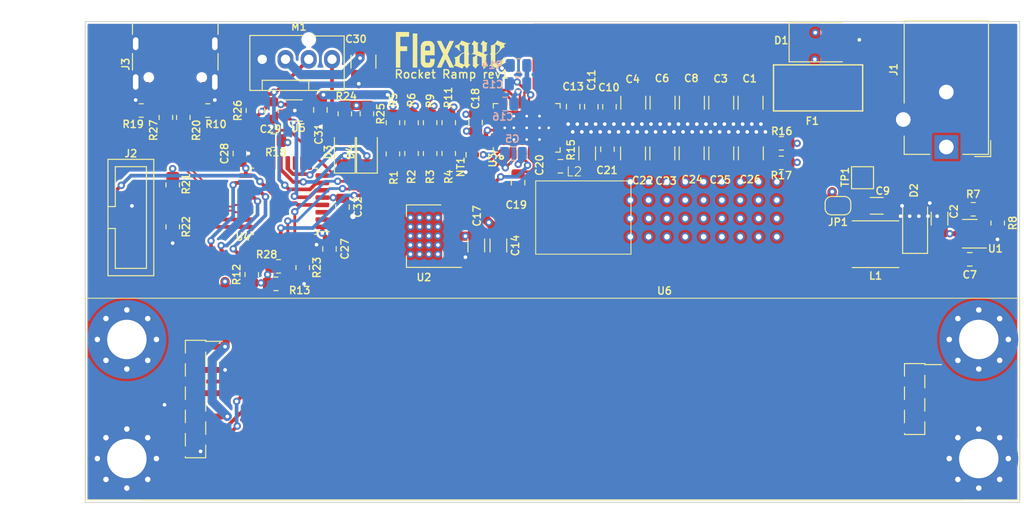
<source format=kicad_pcb>
(kicad_pcb (version 20221018) (generator pcbnew)
  (title_block (rev "302"))
  (layers (0 "F.Cu" signal) (1 "In1.Cu" signal) (2 "In2.Cu" signal) (31 "B.Cu" signal) (34 "B.Paste" user) (35 "F.Paste" user) (36 "B.SilkS" user "B.Silkscreen") (37 "F.SilkS" user "F.Silkscreen") (38 "B.Mask" user) (39 "F.Mask" user) (44 "Edge.Cuts" user))
  (net 0 "")
  (net 1 "GND")
  (net 2 "Net-(JP1-A)")
  (net 3 "GNDA")
  (net 4 "Net-(U3-BP1V5)")
  (net 5 "Net-(U3-DRTN)")
  (net 6 "/Power/ALERT")
  (net 7 "+12V")
  (net 8 "Net-(U3-AVIN)")
  (net 10 "Net-(U3-VOSNS)")
  (net 11 "Net-(U1-BS)")
  (net 12 "/Power/PGOOD")
  (net 13 "Net-(U3-GOSNS)")
  (net 14 "Net-(U3-VSEL)")
  (net 15 "Net-(U3-ADRSEL)")
  (net 16 "Net-(U3-MSEL1)")
  (net 17 "Net-(U3-BOOT)")
  (net 20 "Net-(U3-MSEL2)")
  (net 22 "+1V2")
  (net 23 "+3V3")
  (net 24 "/flex/RESET")
  (net 25 "/flex/RXD")
  (net 26 "/flex/TXD")
  (net 27 "/flex/SDA")
  (net 28 "/flex/SCL")
  (net 29 "Net-(D2-K)")
  (net 30 "+5V")
  (net 31 "Net-(C19-Pad2)")
  (net 32 "Net-(C20-Pad2)")
  (net 33 "/flex/LED2")
  (net 34 "Net-(D3-A)")
  (net 35 "/flex/LED1")
  (net 36 "Net-(D4-A)")
  (net 37 "Net-(F1-Pad2)")
  (net 38 "/flex/NRST")
  (net 39 "/flex/SWDIO")
  (net 41 "/flex/SWCLK")
  (net 47 "Net-(M1-PWM)")
  (net 48 "unconnected-(J3-VBUS-PadA4)")
  (net 49 "Net-(J3-CC1)")
  (net 50 "Net-(J3-D+-PadA6)")
  (net 51 "Net-(U1-FB)")
  (net 52 "/flex/USB_D-")
  (net 53 "/flex/USB_D+")
  (net 54 "Net-(U4-BOOT0)")
  (net 57 "/flex/PWM")
  (net 58 "/flex/TACHO")
  (net 71 "Net-(J3-D--PadA7)")
  (net 73 "Net-(J3-CC2)")
  (footprint "Resistor_SMD:R_0805_2012Metric" (layer "F.Cu") (at 69.8735 69.215 180)
    (fp_text reference "R10")
    (fp_text value "5.1k")
  )
  (footprint "Capacitor_SMD:C_1206_3216Metric" (layer "F.Cu") (at 142.9 79.619)
    (fp_text reference "C9")
    (fp_text value "22µ/16V")
  )
  (footprint "Resistor_SMD:R_0805_2012Metric" (layer "F.Cu") (at 153.441 80)
    (fp_text reference "R7")
    (fp_text value "84.5k")
  )
  (footprint "Capacitor_SMD:C_1206_3216Metric" (layer "F.Cu") (at 99.187 83.947 -90)
    (fp_text reference "C17")
    (fp_text value "22µ/16V")
  )
  (footprint "Capacitor_SMD:C_0805_2012Metric" (layer "F.Cu") (at 99.1108 70.534 -90)
    (fp_text reference "C18")
    (fp_text value "100p")
  )
  (footprint "Diode_SMD:D_SOD-128" (layer "F.Cu") (at 147.091 81.651 90)
    (fp_text reference "D2")
    (fp_text value "PMEG4030EP,115")
  )
  (footprint "Resistor_SMD:R_0805_2012Metric" (layer "F.Cu") (at 92.1188 73.914 90)
    (fp_text reference "R2")
    (fp_text value "15.4k")
  )
  (footprint "Capacitor_SMD:C_1210_3225Metric" (layer "F.Cu") (at 119.5 73.902 90)
    (fp_text reference "C23")
    (fp_text value "47µ/6.3V")
  )
  (footprint "Resistor_SMD:R_0805_2012Metric" (layer "F.Cu") (at 132.4883 72.7964 180)
    (fp_text reference "R16")
    (fp_text value "49.9R")
  )
  (footprint "Resistor_SMD:R_0805_2012Metric" (layer "F.Cu") (at 65.3015 69.977 90)
    (fp_text reference "R27")
    (fp_text value "22")
  )
  (footprint "Resistor_SMD:R_0805_2012Metric" (layer "F.Cu") (at 132.4883 74.93)
    (fp_text reference "R17")
    (fp_text value "1.37k")
  )
  (footprint "Capacitor_SMD:C_0805_2012Metric" (layer "F.Cu") (at 103.752 77.089 -90)
    (fp_text reference "C19")
    (fp_text value "100n")
  )
  (footprint "myfootprints:IFLR-4031GC-01-8x10" (layer "F.Cu") (at 110.871 80.899)
    (fp_text reference "L2")
    (fp_text value "220nH")
  )
  (footprint "Capacitor_SMD:C_1210_3225Metric" (layer "F.Cu") (at 122.7258 68.363 -90)
    (fp_text reference "C8")
    (fp_text value "22µ/35V")
  )
  (footprint "Capacitor_SMD:C_0805_2012Metric" (layer "F.Cu") (at 83.1615 84.329 -90)
    (fp_text reference "C27")
    (fp_text value "100n")
  )
  (footprint "Package_TO_SOT_SMD:SOT-223-3_TabPin2" (layer "F.Cu") (at 93.472 82.931 180)
    (fp_text reference "U2")
    (fp_text value "1117-3.3")
  )
  (footprint "Capacitor_SMD:C_0805_2012Metric" (layer "F.Cu") (at 113.5056 73.45 90)
    (fp_text reference "C21")
    (fp_text value "2.2n")
  )
  (footprint "Connector_BarrelJack:BarrelJack_CUI_PJ-102AH_Horizontal" (layer "F.Cu") (at 150.5 73.2 180)
    (fp_text reference "J1")
    (fp_text value "Barrel_Jack_Switch")
  )
  (footprint "Resistor_SMD:R_0805_2012Metric" (layer "F.Cu") (at 66.052 81.915 90)
    (fp_text reference "R22")
    (fp_text value "10k")
  )
  (footprint "Resistor_SMD:R_0805_2012Metric" (layer "F.Cu") (at 67.2065 69.977 90)
    (fp_text reference "R20")
    (fp_text value "22")
  )
  (footprint "Resistor_SMD:R_0805_2012Metric" (layer "F.Cu") (at 62.611 69.215)
    (fp_text reference "R19")
    (fp_text value "5.1k")
  )
  (footprint "myfootprints:PinHeader_IDC_2x05_P1.27mm_Vertical_SMD" (layer "F.Cu") (at 61.48 80.899)
    (fp_text reference "J2")
    (fp_text value "SWD")
  )
  (footprint "Capacitor_SMD:C_0805_2012Metric" (layer "F.Cu") (at 153.06 85.461 180)
    (fp_text reference "C7")
    (fp_text value "10n/250V")
  )
  (footprint "Resistor_SMD:R_0805_2012Metric" (layer "F.Cu") (at 94.1508 73.914 90)
    (fp_text reference "R3")
    (fp_text value "~")
  )
  (footprint "Capacitor_SMD:C_0805_2012Metric" (layer "F.Cu") (at 84.582 79.756 -90)
    (fp_text reference "C32")
    (fp_text value "100n")
  )
  (footprint "Capacitor_SMD:C_0805_2012Metric" (layer "F.Cu") (at 73.3825 73.915 90)
    (fp_text reference "C28")
    (fp_text value "100n")
  )
  (footprint "Resistor_SMD:R_0805_2012Metric" (layer "F.Cu") (at 84.836 69.5725 -90)
    (fp_text reference "R24")
    (fp_text value "560")
  )
  (footprint "LED_SMD:LED_1206_3216Metric" (layer "F.Cu") (at 87.249 73.7635 90)
    (fp_text reference "D4")
    (fp_text value "LED")
  )
  (footprint "flexaxe:logo" (layer "F.Cu") (at 96.4184 62.6364)
    (fp_text reference "G***" hide)
    (fp_text value "LOGO" hide)
  )
  (footprint "Capacitor_SMD:C_0805_2012Metric" (layer "F.Cu") (at 82.169 69.154 -90)
    (fp_text reference "C31")
    (fp_text value "100n")
  )
  (footprint "Capacitor_SMD:C_1206_3216Metric" (layer "F.Cu") (at 101.6 83.947 -90)
    (fp_text reference "C14")
    (fp_text value "10µF/50V")
  )
  (footprint "Resistor_SMD:R_0805_2012Metric" (layer "F.Cu") (at 74.803 69.215 90)
    (fp_text reference "R26")
    (fp_text value "2.7k")
  )
  (footprint "Capacitor_SMD:C_1210_3225Metric" (layer "F.Cu") (at 116.2996 73.902 90)
    (fp_text reference "C22")
    (fp_text value "47µ/6.3V")
  )
  (footprint "Capacitor_SMD:C_0805_2012Metric" (layer "F.Cu") (at 113.7252 68.8 -90)
    (fp_text reference "C10")
    (fp_text value "4.7n")
  )
  (footprint "Inductor_SMD:L_Taiyo-Yuden_NR-50xx" (layer "F.Cu") (at 142.773 83.81 180)
    (fp_text reference "L1")
    (fp_text value "4.7µH/2A/3A")
  )
  (footprint "Capacitor_SMD:C_1210_3225Metric" (layer "F.Cu") (at 116.325 68.3648 -90)
    (fp_text reference "C4")
    (fp_text value "22µ/35V")
  )
  (footprint "Resistor_SMD:R_0805_2012Metric" (layer "F.Cu") (at 92.1188 70.5492 90)
    (fp_text reference "R6")
    (fp_text value "10k")
  )
  (footprint "Capacitor_SMD:C_0805_2012Metric" (layer "F.Cu") (at 76.835 69.215 -90)
    (fp_text reference "C29")
    (fp_text value "100n")
  )
  (footprint "Capacitor_SMD:C_1210_3225Metric" (layer "F.Cu") (at 86.868 63.881 -90)
    (fp_text reference "C30")
    (fp_text value "22µ/25V")
  )
  (footprint "Capacitor_SMD:C_1210_3225Metric" (layer "F.Cu") (at 129.159 73.8886 90)
    (fp_text reference "C26")
    (fp_text value "330µ/4V")
  )
  (footprint "Package_TO_SOT_SMD:SOT-363_SC-70-6" (layer "F.Cu") (at 79.502 69.215)
    (fp_text reference "U5")
    (fp_text value "TXU0101")
  )
  (footprint "Resistor_SMD:R_0805_2012Metric" (layer "F.Cu") (at 74.676 87.122 90)
    (fp_text reference "R12")
    (fp_text value "1.5k")
  )
  (footprint "Resistor_SMD:R_0805_2012Metric" (layer "F.Cu") (at 77 72.5 180)
    (fp_text reference "R18")
    (fp_text value "1.5k")
  )
  (footprint "Resistor_SMD:R_0805_2012Metric" (layer "F.Cu") (at 156.108 81.5 -90)
    (fp_text reference "R8")
    (fp_text value "16.2k")
  )
  (footprint "Capacitor_SMD:C_0805_2012Metric" (layer "F.Cu") (at 98.806 74.041 -90)
    (fp_text reference "NT1")
    (fp_text value "NetTie_2")
  )
  (footprint "bitaxe:LQFN40-CLIP" (layer "F.Cu") (at 104.6918 71.108 90)
    (fp_text reference "U3")
    (fp_text value "TPS546D24ARVFR")
  )
  (footprint "Resistor_SMD:R_0805_2012Metric" (layer "F.Cu") (at 66.052 77.343 90)
    (fp_text reference "R21")
    (fp_text value "10k")
  )
  (footprint "Capacitor_SMD:C_0805_2012Metric" (layer "F.Cu") (at 109.7628 68.8 -90)
    (fp_text reference "C13")
    (fp_text value "2.2n")
  )
  (footprint "Connector_USB:USB_C_Receptacle_GCT_USB4105-xx-A_16P_TopMnt_Horizontal" (layer "F.Cu") (at 66.326 63 180)
    (fp_text reference "J3")
    (fp_text value "USB_C_Receptacle_USB2.0")
  )
  (footprint "Resistor_SMD:R_0805_2012Metric" (layer "F.Cu") (at 87.249 69.5725 -90)
    (fp_text reference "R25")
    (fp_text value "560")
  )
  (footprint "Package_QFP:LQFP-32_7x7mm_P0.8mm" (layer "F.Cu") (at 78.2085 79.122 180)
    (fp_text reference "U4")
    (fp_text value "STM32L052K6Tx")
  )
  (footprint "Resistor_SMD:R_0805_2012Metric" (layer "F.Cu") (at 80.2405 86.361 90)
    (fp_text reference "R23")
    (fp_text value "100k")
  )
  (footprint "Capacitor_SMD:C_0805_2012Metric" (layer "F.Cu") (at 108.3748 75.299)
    (fp_text reference "C20")
    (fp_text value "1n")
  )
  (footprint "TestPoint:TestPoint_Pad_2.0x2.0mm" (layer "F.Cu") (at 141.351 76.553 -90)
    (fp_text reference "TP1")
    (fp_text value "3V3")
  )
  (footprint "Resistor_SMD:R_0805_2012Metric" (layer "F.Cu") (at 77.3195 88.138)
    (fp_text reference "R13")
    (fp_text value "1.5k")
  )
  (footprint "Resistor_SMD:R_0805_2012Metric" (layer "F.Cu") (at 96.1828 70.5358 90)
    (fp_text reference "R11")
    (fp_text value "26.1k")
  )
  (footprint "Resistor_SMD:R_0805_2012Metric" (layer "F.Cu") (at 90.0868 73.9528 90)
    (fp_text reference "R1")
    (fp_text value "~")
  )
  (footprint "myfootprints:fuseholder_littlefuse_blok" (layer "F.Cu") (at 136.5 66.75)
    (fp_text reference "F1")
    (fp_text value "5A")
  )
  (footprint "Resistor_SMD:R_1206_3216Metric" (layer "F.Cu") (at 111.2958 73.9 90)
    (fp_text reference "R15")
    (fp_text value "1R")
  )
  (footprint "Connector:FanPinHeader_1x04_P2.54mm_Vertical" (layer "F.Cu") (at 75.819 63.627)
    (fp_text reference "M1")
    (fp_text value "Fan_4pin")
  )
  (footprint "Capacitor_SMD:C_1210_3225Metric" (layer "F.Cu") (at 119.5254 68.363 -90)
    (fp_text reference "C6")
    (fp_text value "22µ/35V")
  )
  (footprint "Resistor_SMD:R_0805_2012Metric" (layer "F.Cu") (at 96.1828 73.902 90)
    (fp_text reference "R4")
    (fp_text value "17.8k")
  )
  (footprint "Resistor_SMD:R_0805_2012Metric" (layer "F.Cu") (at 94.1508 70.5473 -90)
    (fp_text reference "R9")
    (fp_text value "~")
  )
  (footprint "Resistor_SMD:R_0805_2012Metric" (layer "F.Cu") (at 77.597 86.233)
    (fp_text reference "R28")
    (fp_text value "1.5k")
  )
  (footprint "Diode_SMD:D_SMB" (layer "F.Cu") (at 137 61.75)
    (fp_text reference "D1")
    (fp_text value "SMBJ12A")
  )
  (footprint "LED_SMD:LED_1206_3216Metric" (layer "F.Cu") (at 84.836 73.7635 90)
    (fp_text reference "D3")
    (fp_text value "LED")
  )
  (footprint "Capacitor_SMD:C_1210_3225Metric" (layer "F.Cu") (at 125.9262 68.3648 -90)
    (fp_text reference "C3")
    (fp_text value "100µ/16V")
  )
  (footprint "Capacitor_SMD:C_1210_3225Metric" (layer "F.Cu") (at 122.7004 73.8886 90)
    (fp_text reference "C24")
    (fp_text value "330µ/4V")
  )
  (footprint "Jumper:SolderJumper-2_P1.3mm_Open_RoundedPad1.0x1.5mm" (layer "F.Cu") (at 138.669 79.601 180)
    (fp_text reference "JP1")
    (fp_text value "SolderJumper_2_Open")
  )
  (footprint "Capacitor_SMD:C_1206_3216Metric" (layer "F.Cu") (at 149.758 81.016 90)
    (fp_text reference "C2")
    (fp_text value "10µF/50V")
  )
  (footprint "Resistor_SMD:R_0805_2012Metric" (layer "F.Cu") (at 90.0868 70.5492 -90)
    (fp_text reference "R5")
    (fp_text value "10k")
  )
  (footprint "Capacitor_SMD:C_0805_2012Metric" (layer "F.Cu") (at 111.744 68.8 -90)
    (fp_text reference "C11")
    (fp_text value "1µ")
  )
  (footprint "Capacitor_SMD:C_1210_3225Metric" (layer "F.Cu") (at 129.1266 68.3648 -90)
    (fp_text reference "C1")
    (fp_text value "100µ/16V")
  )
  (footprint "myfootprints:FLEXAXE" (layer "F.Cu") (at 104.542 100.711 90)
    (fp_text reference "U6")
    (fp_text value "U6")
  )
  (footprint "Package_TO_SOT_SMD:SOT-23-6" (layer "F.Cu") (at 153.06 82.667 180)
    (fp_text reference "U1")
    (fp_text value "AP3211")
  )
  (footprint "Capacitor_SMD:C_1210_3225Metric" (layer "F.Cu") (at 125.9332 73.8886 90)
    (fp_text reference "C25")
    (fp_text value "330µ/4V")
  )
  (footprint "Capacitor_SMD:C_0805_2012Metric" (layer "B.Cu") (at 103.75 66.3 180)
    (fp_text reference "C15")
    (fp_text value "1µ")
  )
  (footprint "Capacitor_SMD:C_0805_2012Metric" (layer "B.Cu") (at 103.251 73.914)
    (fp_text reference "C5")
    (fp_text value "1µ")
  )
  (footprint "Capacitor_SMD:C_0805_2012Metric" (layer "B.Cu") (at 102.35 68.5 180)
    (fp_text reference "C16")
    (fp_text value "4.7µ")
  )
  (footprint "Resistor_SMD:R_0805_2012Metric" (layer "B.Cu") (at 103.8 64.3 180)
    (fp_text reference "R14")
    (fp_text value "10R")
  )
  (gr_line (start 158.5 59.5) (end 158.5 112) (stroke (width 0.1)) (layer "Edge.Cuts"))
  (gr_line (start 158.5 112) (end 56.5 112) (stroke (width 0.1)) (layer "Edge.Cuts"))
  (gr_line (start 56.5 112) (end 56.5 59.5) (stroke (width 0.1)) (layer "Edge.Cuts"))
  (gr_line (start 56.5 59.5) (end 158.5 59.5) (stroke (width 0.1)) (layer "Edge.Cuts"))
  (gr_text "Rocket Ramp rev1" (at 90.17 65.786) (layer "F.SilkS") (effects (font (size 0.9 0.9)) (justify left bottom)))
  (segment (start 129.159 73.1266) (end 129.3876 73.3552) (width 0.254) (layer "F.Cu") (net 1))
  (segment (start 99.187 85.422) (end 101.6 85.422) (width 1) (layer "F.Cu") (net 1))
  (segment (start 155.7505 82.667) (end 156.108 82.3095) (width 0.5) (layer "F.Cu") (net 1))
  (segment (start 76.835 70.165) (end 76.835 70.993) (width 0.4) (layer "F.Cu") (net 1))
  (segment (start 62.006 68.9075) (end 61.6985 69.215) (width 1) (layer "F.Cu") (net 1))
  (segment (start 131.017 73.3552) (end 131.5758 72.7964) (width 0.254) (layer "F.Cu") (net 1))
  (segment (start 70.071 66.68) (end 70.646 66.105) (width 0.5) (layer "F.Cu") (net 1))
  (segment (start 86.868 65.356) (end 86.868 65.786) (width 1) (layer "F.Cu") (net 1))
  (segment (start 78.162655 69.3174) (end 77.6826 69.3174) (width 0.4) (layer "F.Cu") (net 1))
  (segment (start 129.3876 73.3552) (end 131.017 73.3552) (width 0.254) (layer "F.Cu") (net 1))
  (segment (start 101.1918 72.358) (end 103.4418 72.358) (width 0.3) (layer "F.Cu") (net 1))
  (segment (start 77.6826 69.3174) (end 76.835 70.165) (width 0.4) (layer "F.Cu") (net 1))
  (segment (start 81.0085 83.297) (end 81.1795 83.297) (width 0.4) (layer "F.Cu") (net 1))
  (segment (start 147.091 79.451) (end 149.668 79.451) (width 1) (layer "F.Cu") (net 1))
  (segment (start 80.2405 87.2735) (end 80.2405 87.9875) (width 0.4) (layer "F.Cu") (net 1))
  (segment (start 98.806 75.184) (end 98.044 75.946) (width 0.5) (layer "F.Cu") (net 1))
  (segment (start 67.042 106.426) (end 69.088 106.426) (width 0.4) (layer "F.Cu") (net 1))
  (segment (start 101.1918 72.858) (end 101.64 72.858) (width 0.3) (layer "F.Cu") (net 1))
  (segment (start 96.622 85.231) (end 98.996 85.231) (width 1) (layer "F.Cu") (net 1))
  (segment (start 80.2405 87.9875) (end 80.391 88.138) (width 0.4) (layer "F.Cu") (net 1))
  (segment (start 78.552 69.215) (end 79.375 69.215) (width 0.4) (layer "F.Cu") (net 1))
  (segment (start 103.39 71.108) (end 104.6918 71.108) (width 0.3) (layer "F.Cu") (net 1))
  (segment (start 62.006 61.925) (end 70.646 61.925) (width 1) (layer "F.Cu") (net 1))
  (segment (start 84.582 80.706) (end 85.659 80.706) (width 0.4) (layer "F.Cu") (net 1))
  (segment (start 140.75 61.75) (end 141 61.5) (width 1.5) (layer "F.Cu") (net 1))
  (segment (start 98.996 85.231) (end 99.187 85.422) (width 1) (layer "F.Cu") (net 1))
  (segment (start 70.646 66.105) (end 70.646 68.072) (width 1) (layer "F.Cu") (net 1))
  (segment (start 144.375 79.619) (end 146.923 79.619) (width 1) (layer "F.Cu") (net 1))
  (segment (start 66.052 82.8275) (end 66.052 83.681) (width 0.4) (layer "F.Cu") (net 1))
  (segment (start 156.108 82.3095) (end 156.108 83.259) (width 1) (layer "F.Cu") (net 1))
  (segment (start 86.868 65.786) (end 86.36 66.294) (width 1) (layer "F.Cu") (net 1))
  (segment (start 101.64 72.858) (end 103.39 71.108) (width 0.3) (layer "F.Cu") (net 1))
  (segment (start 59.46 79.629) (end 63.5 79.629) (width 0.4) (layer "F.Cu") (net 1))
  (segment (start 156.108 83.259) (end 156.083 83.284) (width 1) (layer "F.Cu") (net 1))
  (segment (start 81.1795 83.297) (end 83.1615 85.279) (width 0.4) (layer "F.Cu") (net 1))
  (segment (start 70.042 97.536) (end 71.7646 97.536) (width 0.4) (layer "F.Cu") (net 1))
  (segment (start 62.006 61.925) (end 62.006 66.105) (width 1) (layer "F.Cu") (net 1))
  (segment (start 66.052 83.681) (end 66.04 83.693) (width 0.4) (layer "F.Cu") (net 1))
  (segment (start 78.265055 69.215) (end 78.162655 69.3174) (width 0.4) (layer "F.Cu") (net 1))
  (segment (start 98.806 74.991) (end 98.806 75.184) (width 0.5) (layer "F.Cu") (net 1))
  (segment (start 154.1975 82.667) (end 155.7505 82.667) (width 0.5) (layer "F.Cu") (net 1))
  (segment (start 70.646 69.075) (end 70.786 69.215) (width 1) (layer "F.Cu") (net 1))
  (segment (start 63.126 66.68) (end 62.581 66.68) (width 0.5) (layer "F.Cu") (net 1))
  (segment (start 129.159 72.4136) (end 129.159 73.1266) (width 0.254) (layer "F.Cu") (net 1))
  (segment (start 75.4085 74.947) (end 75.3645 74.947) (width 0.4) (layer "F.Cu") (net 1))
  (segment (start 139.15 61.75) (end 140.75 61.75) (width 1.5) (layer "F.Cu") (net 1))
  (segment (start 62.006 66.105) (end 62.006 68.9075) (width 1) (layer "F.Cu") (net 1))
  (segment (start 70.646 61.925) (end 70.646 66.105) (width 1) (layer "F.Cu") (net 1))
  (segment (start 75.3645 74.947) (end 73.3825 72.965) (width 0.4) (layer "F.Cu") (net 1))
  (segment (start 146.923 79.619) (end 147.091 79.451) (width 1) (layer "F.Cu") (net 1))
  (segment (start 69.526 66.68) (end 70.071 66.68) (width 0.5) (layer "F.Cu") (net 1))
  (segment (start 85.659 80.706) (end 85.725 80.772) (width 0.4) (layer "F.Cu") (net 1))
  (segment (start 103.4418 72.358) (end 104.6918 71.108) (width 0.3) (layer "F.Cu") (net 1))
  (segment (start 82.169 70.104) (end 82.169 70.993) (width 0.4) (layer "F.Cu") (net 1))
  (segment (start 70.646 68.072) (end 70.646 69.075) (width 1) (layer "F.Cu") (net 1))
  (segment (start 67.042 101.346) (end 65.151 101.346) (width 0.4) (layer "F.Cu") (net 1))
  (segment (start 62.581 66.68) (end 62.006 66.105) (width 0.5) (layer "F.Cu") (net 1))
  (segment (start 78.552 69.215) (end 78.265055 69.215) (width 0.4) (layer "F.Cu") (net 1))
  (segment (start 149.668 79.451) (end 149.758 79.541) (width 1) (layer "F.Cu") (net 1))
  (via (at 124.7628 71.55) (size 0.8) (drill 0.4) (layers "F.Cu" "B.Cu") (net 1))
  (via (at 145.669 79.619) (size 0.8) (drill 0.4) (layers "F.Cu" "B.Cu") (net 1))
  (via (at 129.7628 71.55) (size 0.8) (drill 0.4) (layers "F.Cu" "B.Cu") (net 1))
  (via (at 130.2628 70.7016) (size 0.8) (drill 0.4) (layers "F.Cu" "B.Cu") (net 1))
  (via (at 109.2128 70.7016) (size 0.8) (drill 0.4) (layers "F.Cu" "B.Cu") (net 1))
  (via (at 114.7128 71.55) (size 0.8) (drill 0.4) (layers "F.Cu" "B.Cu") (net 1))
  (via (at 116.2628 70.7016) (size 0.8) (drill 0.4) (layers "F.Cu" "B.Cu") (net 1))
  (via (at 66.04 83.693) (size 0.8) (drill 0.4) (layers "F.Cu" "B.Cu") (net 1))
  (via (at 98 85.231) (size 0.8) (drill 0.4) (layers "F.Cu" "B.Cu") (net 1))
  (via (at 112.2128 70.7016) (size 0.8) (drill 0.4) (layers "F.Cu" "B.Cu") (net 1))
  (via (at 121.2628 70.7016) (size 0.8) (drill 0.4) (layers "F.Cu" "B.Cu") (net 1))
  (via (at 126.2628 70.7016) (size 0.8) (drill 0.4) (layers "F.Cu" "B.Cu") (net 1))
  (via (at 120.7628 71.55) (size 0.8) (drill 0.4) (layers "F.Cu" "B.Cu") (net 1))
  (via (at 125.7628 71.55) (size 0.8) (drill 0.4) (layers "F.Cu" "B.Cu") (net 1))
  (via (at 114.2128 70.7016) (size 0.8) (drill 0.4) (layers "F.Cu" "B.Cu") (net 1))
  (via (at 69.088 106.426) (size 0.8) (drill 0.4) (layers "F.Cu" "B.Cu") (net 1))
  (via (at 71.7646 97.536) (size 0.8) (drill 0.4) (layers "F.Cu" "B.Cu") (net 1))
  (via (at 81.74525 83.86275) (size 0.8) (drill 0.4) (layers "F.Cu" "B.Cu") (net 1))
  (via (at 82.169 70.993) (size 0.8) (drill 0.4) (layers "F.Cu" "B.Cu") (net 1))
  (via (at 110.7128 71.55) (size 0.8) (drill 0.4) (layers "F.Cu" "B.Cu") (net 1))
  (via (at 156.083 83.284) (size 0.8) (drill 0.4) (layers "F.Cu" "B.Cu") (net 1))
  (via (at 98.044 75.946) (size 0.8) (drill 0.4) (layers "F.Cu" "B.Cu") (net 1))
  (via (at 123.2628 70.7016) (size 0.8) (drill 0.4) (layers "F.Cu" "B.Cu") (net 1))
  (via (at 118.2628 70.7016) (size 0.8) (drill 0.4) (layers "F.Cu" "B.Cu") (net 1))
  (via (at 147.5 80.75) (size 0.8) (drill 0.4) (layers "F.Cu" "B.Cu") (net 1))
  (via (at 128.2628 70.7016) (size 0.8) (drill 0.4) (layers "F.Cu" "B.Cu") (net 1))
  (via (at 122.2628 70.7016) (size 0.8) (drill 0.4) (layers "F.Cu" "B.Cu") (net 1))
  (via (at 127.2628 70.7016) (size 0.8) (drill 0.4) (layers "F.Cu" "B.Cu") (net 1))
  (via (at 65.151 101.346) (size 0.8) (drill 0.4) (layers "F.Cu" "B.Cu") (net 1))
  (via (at 148.5 80.75) (size 0.8) (drill 0.4) (layers "F.Cu" "B.Cu") (net 1))
  (via (at 146.5 80.75) (size 0.8) (drill 0.4) (layers "F.Cu" "B.Cu") (net 1))
  (via (at 118.7628 71.55) (size 0.8) (drill 0.4) (layers "F.Cu" "B.Cu") (net 1))
  (via (at 115.7628 71.55) (size 0.8) (drill 0.4) (layers "F.Cu" "B.Cu") (net 1))
  (via (at 74.31325 73.89575) (size 0.8) (drill 0.4) (layers "F.Cu" "B.Cu") (net 1))
  (via (at 111.2128 70.7016) (size 0.8) (drill 0.4) (layers "F.Cu" "B.Cu") (net 1))
  (via (at 121.7628 71.55) (size 0.8) (drill 0.4) (layers "F.Cu" "B.Cu") (net 1))
  (via (at 130.7476 71.55) (size 0.8) (drill 0.4) (layers "F.Cu" "B.Cu") (net 1))
  (via (at 70.646 68.072) (size 0.8) (drill 0.4) (layers "F.Cu" "B.Cu") (net 1))
  (via (at 125.2628 70.7016) (size 0.8) (drill 0.4) (layers "F.Cu" "B.Cu") (net 1))
  (via (at 113.7128 71.55) (size 0.8) (drill 0.4) (layers "F.Cu" "B.Cu") (net 1))
  (via (at 61.595 79.629) (size 0.8) (drill 0.4) (layers "F.Cu" "B.Cu") (net 1))
  (via (at 113.2128 70.7016) (size 0.8) (drill 0.4) (layers "F.Cu" "B.Cu") (net 1))
  (via (at 126.7628 71.55) (size 0.8) (drill 0.4) (layers "F.Cu" "B.Cu") (net 1))
  (via (at 145.5 80.75) (size 0.8) (drill 0.4) (layers "F.Cu" "B.Cu") (net 1))
  (via (at 128.7628 71.55) (size 0.8) (drill 0.4) (layers "F.Cu" "B.Cu") (net 1))
  (via (at 117.7628 71.55) (size 0.8) (drill 0.4) (layers "F.Cu" "B.Cu") (net 1))
  (via (at 122.7628 71.55) (size 0.8) (drill 0.4) (layers "F.Cu" "B.Cu") (net 1))
  (via (at 141 61.5) (size 0.8) (drill 0.4) (layers "F.Cu" "B.Cu") (net 1))
  (via (at 119.2628 70.7016) (size 0.8) (drill 0.4) (layers "F.Cu" "B.Cu") (net 1))
  (via (at 85.725 80.772) (size 1) (drill 0.6) (layers "F.Cu" "B.Cu") (net 1))
  (via (at 86.36 66.294) (size 0.8) (drill 0.4) (layers "F.Cu" "B.Cu") (net 1))
  (via (at 124.2628 70.7016) (size 0.8) (drill 0.4) (layers "F.Cu" "B.Cu") (net 1))
  (via (at 110.2128 70.7016) (size 0.8) (drill 0.4) (layers "F.Cu" "B.Cu") (net 1))
  (via (at 79.375 69.215) (size 0.8) (drill 0.4) (layers "F.Cu" "B.Cu") (net 1))
  (via (at 111.7128 71.55) (size 0.8) (drill 0.4) (layers "F.Cu" "B.Cu") (net 1))
  (via (at 80.391 88.138) (size 0.8) (drill 0.4) (layers "F.Cu" "B.Cu") (net 1))
  (via (at 76.835 70.993) (size 0.8) (drill 0.4) (layers "F.Cu" "B.Cu") (net 1))
  (via (at 148.6962 79.31852) (size 0.8) (drill 0.4) (layers "F.Cu" "B.Cu") (net 1))
  (via (at 127.7628 71.55) (size 0.8) (drill 0.4) (layers "F.Cu" "B.Cu") (net 1))
  (via (at 120.2628 70.7016) (size 0.8) (drill 0.4) (layers "F.Cu" "B.Cu") (net 1))
  (via (at 116.7628 71.55) (size 0.8) (drill 0.4) (layers "F.Cu" "B.Cu") (net 1))
  (via (at 112.7128 71.55) (size 0.8) (drill 0.4) (layers "F.Cu" "B.Cu") (net 1))
  (via (at 117.2628 70.7016) (size 0.8) (drill 0.4) (layers "F.Cu" "B.Cu") (net 1))
  (via (at 109.7128 71.55) (size 0.8) (drill 0.4) (layers "F.Cu" "B.Cu") (net 1))
  (via (at 129.2628 70.7016) (size 0.8) (drill 0.4) (layers "F.Cu" "B.Cu") (net 1))
  (via (at 149.5 80.75) (size 0.8) (drill 0.4) (layers "F.Cu" "B.Cu") (net 1))
  (via (at 123.7628 71.55) (size 0.8) (drill 0.4) (layers "F.Cu" "B.Cu") (net 1))
  (via (at 119.7628 71.55) (size 0.8) (drill 0.4) (layers "F.Cu" "B.Cu") (net 1))
  (via (at 115.2628 70.7016) (size 0.8) (drill 0.4) (layers "F.Cu" "B.Cu") (net 1))
  (via (at 62.006 68.072) (size 0.8) (drill 0.4) (layers "F.Cu" "B.Cu") (net 1))
  (segment (start 101.4 68.5) (end 102.728 69.828) (width 0.5) (layer "B.Cu") (net 1))
  (segment (start 102.728 69.828) (end 103.2918 69.828) (width 0.5) (layer "B.Cu") (net 1))
  (segment (start 152.5285 79.6025) (end 150.876 77.95) (width 0.5) (layer "F.Cu") (net 2))
  (segment (start 150.876 77.95) (end 143.094 77.95) (width 0.5) (layer "F.Cu") (net 2))
  (segment (start 141.351 79.545) (end 141.425 79.619) (width 1) (layer "F.Cu") (net 2))
  (segment (start 141.425 79.619) (end 141.425 83.358) (width 1) (layer "F.Cu") (net 2))
  (segment (start 152.5285 80) (end 152.5285 79.6025) (width 0.5) (layer "F.Cu") (net 2))
  (segment (start 141.351 76.553) (end 141.351 79.545) (width 1) (layer "F.Cu") (net 2))
  (segment (start 143.094 77.95) (end 141.425 79.619) (width 0.5) (layer "F.Cu") (net 2))
  (segment (start 141.407 79.601) (end 141.425 79.619) (width 0.5) (layer "F.Cu") (net 2))
  (segment (start 141.425 83.358) (end 140.973 83.81) (width 1) (layer "F.Cu") (net 2))
  (segment (start 139.319 79.601) (end 141.407 79.601) (width 0.5) (layer "F.Cu") (net 2))
  (segment (start 94.1508 69.1268) (end 94.5572 68.7204) (width 0.5) (layer "F.Cu") (net 3))
  (segment (start 104.4418 67.249283) (end 104.5 67.191083) (width 0.254) (layer "F.Cu") (net 3))
  (segment (start 101.1918 71.358) (end 100.423387 71.358) (width 0.3) (layer "F.Cu") (net 3))
  (segment (start 92.1188 69.6367) (end 92.1188 69.1268) (width 0.5) (layer "F.Cu") (net 3))
  (segment (start 100.2382 71.543187) (end 100.405646 71.375741) (width 0.5) (layer "F.Cu") (net 3))
  (segment (start 96.1828 69.403208) (end 96.7424 68.843608) (width 0.5) (layer "F.Cu") (net 3))
  (segment (start 92.1188 69.1268) (end 92.5252 68.7204) (width 0.5) (layer "F.Cu") (net 3))
  (segment (start 96.1828 69.6367) (end 96.1828 69.403208) (width 0.5) (layer "F.Cu") (net 3))
  (segment (start 104.4418 68.608) (end 104.4418 67.249283) (width 0.254) (layer "F.Cu") (net 3))
  (segment (start 104.5 66.934545) (end 103.665455 66.1) (width 0.3) (layer "F.Cu") (net 3))
  (segment (start 98.806 73.091) (end 99.451483 73.091) (width 0.5) (layer "F.Cu") (net 3))
  (segment (start 90.0868 69.6367) (end 90.0868 68.7712) (width 0.5) (layer "F.Cu") (net 3))
  (segment (start 94.1508 69.6348) (end 94.1508 69.1268) (width 0.5) (layer "F.Cu") (net 3))
  (segment (start 99.451483 73.091) (end 100.2382 72.304283) (width 0.5) (layer "F.Cu") (net 3))
  (segment (start 104.5 67.191083) (end 104.5 67) (width 0.254) (layer "F.Cu") (net 3))
  (segment (start 100.423387 71.358) (end 100.405646 71.375741) (width 0.3) (layer "F.Cu") (net 3))
  (segment (start 100.2382 72.304283) (end 100.2382 71.543187) (width 0.5) (layer "F.Cu") (net 3))
  (segment (start 104.5 67) (end 104.5 66.934545) (width 0.3) (layer "F.Cu") (net 3))
  (segment (start 103.665455 66.1) (end 103.6481 66.1) (width 0.3) (layer "F.Cu") (net 3))
  (via (at 100.405646 71.375741) (size 0.8) (drill 0.4) (layers "F.Cu" "B.Cu") (net 3))
  (via (at 92.5252 68.7204) (size 0.8) (drill 0.4) (layers "F.Cu" "B.Cu") (net 3))
  (via (at 96.7424 68.843608) (size 0.8) (drill 0.4) (layers "F.Cu" "B.Cu") (net 3))
  (via (at 90.0868 68.7712) (size 0.8) (drill 0.4) (layers "F.Cu" "B.Cu") (net 3))
  (via (at 103.6481 66.1) (size 0.8) (drill 0.4) (layers "F.Cu" "B.Cu") (net 3))
  (via (at 94.5572 68.7204) (size 0.8) (drill 0.4) (layers "F.Cu" "B.Cu") (net 3))
  (segment (start 103 66.1) (end 102.8 66.3) (width 0.3) (layer "B.Cu") (net 3))
  (segment (start 103.6481 66.1) (end 103 66.1) (width 0.3) (layer "B.Cu") (net 3))
  (segment (start 94.1508 74.8126) (end 96.1809 74.8126) (width 0.5) (layer "F.Cu") (net 4))
  (segment (start 96.1809 74.8126) (end 96.1828 74.8145) (width 0.5) (layer "F.Cu") (net 4))
  (segment (start 92.1188 74.8145) (end 94.1489 74.8145) (width 0.5) (layer "F.Cu") (net 4))
  (segment (start 103.4418 74.39238) (end 102.369218 75.464962) (width 0.3) (layer "F.Cu") (net 4))
  (segment (start 102.369218 75.464962) (end 102.362764 75.464962) (width 0.3) (layer "F.Cu") (net 4))
  (segment (start 92.068 74.8653) (end 92.1188 74.8145) (width 0.5) (layer "F.Cu") (net 4))
  (segment (start 103.4418 73.608) (end 103.4418 74.39238) (width 0.3) (layer "F.Cu") (net 4))
  (segment (start 96.956073 74.041227) (end 99.948994 74.041227) (width 0.5) (layer "F.Cu") (net 4))
  (segment (start 90.0868 74.8653) (end 92.068 74.8653) (width 0.5) (layer "F.Cu") (net 4))
  (segment (start 96.1828 74.8145) (end 96.956073 74.041227) (width 0.5) (layer "F.Cu") (net 4))
  (segment (start 94.1489 74.8145) (end 94.1508 74.8126) (width 0.5) (layer "F.Cu") (net 4))
  (via (at 99.948994 74.041227) (size 0.8) (drill 0.4) (layers "F.Cu" "B.Cu") (net 4))
  (via (at 102.362764 75.464962) (size 0.8) (drill 0.4) (layers "F.Cu" "B.Cu") (net 4))
  (segment (start 102.301 75.403198) (end 102.362764 75.464962) (width 0.5) (layer "B.Cu") (net 4))
  (segment (start 102.301 73.914) (end 102.301 75.403198) (width 0.5) (layer "B.Cu") (net 4))
  (segment (start 102.362764 75.464962) (end 102.362764 74.233236) (width 0.3) (layer "B.Cu") (net 4))
  (segment (start 102.362764 74.233236) (end 102.682 73.914) (width 0.3) (layer "B.Cu") (net 4))
  (segment (start 100.939029 74.041227) (end 99.948994 74.041227) (width 0.5) (layer "B.Cu") (net 4))
  (segment (start 102.362764 75.464962) (end 100.939029 74.041227) (width 0.5) (layer "B.Cu") (net 4))
  (segment (start 103.9418 74.9043) (end 103.759 75.0871) (width 0.3) (layer "F.Cu") (net 5))
  (segment (start 103.9418 73.608) (end 103.9418 74.9043) (width 0.3) (layer "F.Cu") (net 5))
  (via (at 103.759 75.0871) (size 0.8) (drill 0.4) (layers "F.Cu" "B.Cu") (net 5))
  (segment (start 104.201 73.914) (end 104.201 74.6451) (width 0.5) (layer "B.Cu") (net 5))
  (segment (start 104.201 74.6451) (end 103.759 75.0871) (width 0.5) (layer "B.Cu") (net 5))
  (segment (start 103.759 74.737) (end 104.582 73.914) (width 0.3) (layer "B.Cu") (net 5))
  (segment (start 103.759 75.0871) (end 103.759 74.737) (width 0.3) (layer "B.Cu") (net 5))
  (segment (start 100.711 77.597) (end 99.78008 77.597) (width 0.4) (layer "F.Cu") (net 6))
  (segment (start 101.854 76.454) (end 100.711 77.597) (width 0.4) (layer "F.Cu") (net 6))
  (segment (start 77.851 83.2545) (end 77.8085 83.297) (width 0.4) (layer "F.Cu") (net 6))
  (segment (start 76.373808 85.2536) (end 75.6319 85.2536) (width 0.254) (layer "F.Cu") (net 6))
  (segment (start 77.851 82.042) (end 77.851 83.2545) (width 0.4) (layer "F.Cu") (net 6))
  (segment (start 75.6319 85.2536) (end 74.676 86.2095) (width 0.254) (layer "F.Cu") (net 6))
  (segment (start 104.4418 74.5968) (end 104.782487 74.937487) (width 0.3) (layer "F.Cu") (net 6))
  (segment (start 99.78008 77.597) (end 98.891415 78.485665) (width 0.4) (layer "F.Cu") (net 6))
  (segment (start 104.782487 74.937487) (end 104.782487 75.198019) (width 0.3) (layer "F.Cu") (net 6))
  (segment (start 77.8085 83.297) (end 77.8085 83.818908) (width 0.254) (layer "F.Cu") (net 6))
  (segment (start 98.891415 78.485665) (end 85.85581 78.485665) (width 0.4) (layer "F.Cu") (net 6))
  (segment (start 104.4418 73.608) (end 104.4418 74.5968) (width 0.3) (layer "F.Cu") (net 6))
  (segment (start 77.8085 83.818908) (end 76.373808 85.2536) (width 0.254) (layer "F.Cu") (net 6))
  (via (at 85.85581 78.485665) (size 0.8) (drill 0.4) (layers "F.Cu" "B.Cu") (net 6))
  (via (at 104.782487 75.198019) (size 0.8) (drill 0.4) (layers "F.Cu" "B.Cu") (net 6))
  (via (at 77.851 82.042) (size 0.8) (drill 0.4) (layers "F.Cu" "B.Cu") (net 6))
  (via (at 101.854 76.454) (size 0.8) (drill 0.4) (layers "F.Cu" "B.Cu") (net 6))
  (segment (start 81.345119 82.042) (end 77.851 82.042) (width 0.4) (layer "B.Cu") (net 6))
  (segment (start 104.782487 75.198019) (end 104.782487 75.303513) (width 0.4) (layer "B.Cu") (net 6))
  (segment (start 85.85581 78.485665) (end 84.901454 78.485665) (width 0.4) (layer "B.Cu") (net 6))
  (segment (start 104.782487 75.303513) (end 103.759 76.327) (width 0.4) (layer "B.Cu") (net 6))
  (segment (start 103.759 76.327) (end 103.632 76.454) (width 0.4) (layer "B.Cu") (net 6))
  (segment (start 103.632 76.454) (end 101.854 76.454) (width 0.4) (layer "B.Cu") (net 6))
  (segment (start 84.901454 78.485665) (end 81.345119 82.042) (width 0.4) (layer "B.Cu") (net 6))
  (segment (start 151.9225 82.667) (end 149.934 82.667) (width 0.5) (layer "F.Cu") (net 7))
  (segment (start 86.5 63.5) (end 86.5 62.774) (width 1) (layer "F.Cu") (net 7))
  (segment (start 151.9225 82.667) (end 151.9225 81.717) (width 0.5) (layer "F.Cu") (net 7))
  (segment (start 86.5 62.774) (end 86.868 62.406) (width 1) (layer "F.Cu") (net 7))
  (segment (start 149.934 82.667) (end 149.758 82.491) (width 0.5) (layer "F.Cu") (net 7))
  (via (at 136.144 63.627) (size 0.8) (drill 0.4) (layers "F.Cu" "B.Cu") (net 7))
  (via (at 150.876 82.667) (size 0.8) (drill 0.4) (layers "F.Cu" "B.Cu") (net 7))
  (via (at 86.5 63.5) (size 0.8) (drill 0.4) (layers "F.Cu" "B.Cu") (net 7))
  (via (at 136.1948 60.706) (size 0.8) (drill 0.4) (layers "F.Cu" "B.Cu") (net 7))
  (segment (start 78.359 63.627) (end 80.0264 65.2944) (width 1) (layer "B.Cu") (net 7))
  (segment (start 84.7056 65.2944) (end 86.5 63.5) (width 1) (layer "B.Cu") (net 7))
  (segment (start 80.0264 65.2944) (end 84.7056 65.2944) (width 1) (layer "B.Cu") (net 7))
  (segment (start 104.9418 68.608) (end 104.9418 67.68148) (width 0.254) (layer "F.Cu") (net 8))
  (segment (start 104.9418 67.68148) (end 105.1212 67.50208) (width 0.254) (layer "F.Cu") (net 8))
  (via (at 105.1212 67.50208) (size 0.8) (drill 0.4) (layers "F.Cu" "B.Cu") (net 8))
  (segment (start 104.7 67.08088) (end 105.1212 67.50208) (width 0.5) (layer "B.Cu") (net 8))
  (segment (start 104.7125 66.2875) (end 104.7 66.3) (width 0.5) (layer "B.Cu") (net 8))
  (segment (start 104.7125 64.3) (end 104.7125 66.2875) (width 0.5) (layer "B.Cu") (net 8))
  (segment (start 104.7 66.3) (end 104.7 67.08088) (width 0.5) (layer "B.Cu") (net 8))
  (segment (start 133.4516 74.8792) (end 133.4008 74.93) (width 0.4) (layer "F.Cu") (net 10))
  (segment (start 98.1132 69.584) (end 98.0624 69.6348) (width 0.3) (layer "F.Cu") (net 10))
  (segment (start 99.2308 69.584) (end 98.1132 69.584) (width 0.3) (layer "F.Cu") (net 10))
  (segment (start 99.4568 69.358) (end 99.2308 69.584) (width 0.3) (layer "F.Cu") (net 10))
  (segment (start 134.2136 74.8792) (end 133.4516 74.8792) (width 0.4) (layer "F.Cu") (net 10))
  (segment (start 101.1918 69.358) (end 99.4568 69.358) (width 0.3) (layer "F.Cu") (net 10))
  (via (at 98.0624 69.6348) (size 0.8) (drill 0.4) (layers "F.Cu" "B.Cu") (net 10))
  (via (at 134.2136 74.8792) (size 0.8) (drill 0.4) (layers "F.Cu" "B.Cu") (net 10))
  (segment (start 154.1975 85.2735) (end 154.01 85.461) (width 0.5) (layer "F.Cu") (net 11))
  (segment (start 154.1975 83.617) (end 154.1975 85.2735) (width 0.5) (layer "F.Cu") (net 11))
  (segment (start 78.789935 71.374) (end 77.447344 71.374) (width 0.3) (layer "F.Cu") (net 12))
  (segment (start 85.733969 76.0909) (end 83.506835 76.0909) (width 0.3) (layer "F.Cu") (net 12))
  (segment (start 76.2085 72.621) (end 76.0875 72.5) (width 0.3) (layer "F.Cu") (net 12))
  (segment (start 77.447344 71.374) (end 76.321344 72.5) (width 0.3) (layer "F.Cu") (net 12))
  (segment (start 86.721534 77.078465) (end 85.733969 76.0909) (width 0.3) (layer "F.Cu") (net 12))
  (segment (start 101.779 73.608) (end 98.308535 77.078465) (width 0.3) (layer "F.Cu") (net 12))
  (segment (start 76.2085 74.947) (end 76.2085 72.621) (width 0.3) (layer "F.Cu") (net 12))
  (segment (start 101.9418 73.608) (end 101.779 73.608) (width 0.3) (layer "F.Cu") (net 12))
  (segment (start 76.321344 72.5) (end 76.0875 72.5) (width 0.3) (layer "F.Cu") (net 12))
  (segment (start 83.506835 76.0909) (end 78.789935 71.374) (width 0.3) (layer "F.Cu") (net 12))
  (segment (start 98.308535 77.078465) (end 86.721534 77.078465) (width 0.3) (layer "F.Cu") (net 12))
  (segment (start 101.1918 69.858) (end 100.775753 69.858) (width 0.3) (layer "F.Cu") (net 13))
  (segment (start 98.1486 71.484) (end 98.1282 71.4636) (width 0.3) (layer "F.Cu") (net 13))
  (segment (start 134.2136 72.7964) (end 133.4008 72.7964) (width 0.4) (layer "F.Cu") (net 13))
  (segment (start 100.775753 69.858) (end 99.149753 71.484) (width 0.3) (layer "F.Cu") (net 13))
  (segment (start 99.149753 71.484) (end 98.1486 71.484) (width 0.3) (layer "F.Cu") (net 13))
  (via (at 134.2136 72.7964) (size 0.8) (drill 0.4) (layers "F.Cu" "B.Cu") (net 13))
  (via (at 98.1282 71.4636) (size 0.8) (drill 0.4) (layers "F.Cu" "B.Cu") (net 13))
  (segment (start 94.833856 67.4504) (end 93.1348 69.149456) (width 0.3) (layer "F.Cu") (net 14))
  (segment (start 93.1348 70.4457) (end 92.1188 71.4617) (width 0.3) (layer "F.Cu") (net 14))
  (segment (start 102.9418 68.608) (end 102.9418 68.002824) (width 0.3) (layer "F.Cu") (net 14))
  (segment (start 93.1348 69.149456) (end 93.1348 70.4457) (width 0.3) (layer "F.Cu") (net 14))
  (segment (start 102.9418 68.002824) (end 102.389376 67.4504) (width 0.3) (layer "F.Cu") (net 14))
  (segment (start 102.389376 67.4504) (end 94.833856 67.4504) (width 0.3) (layer "F.Cu") (net 14))
  (segment (start 92.1188 72.9895) (end 92.1188 71.4617) (width 0.3) (layer "F.Cu") (net 14))
  (segment (start 94.1508 72.9876) (end 94.1508 71.4598) (width 0.3) (layer "F.Cu") (net 15))
  (segment (start 96.391088 67.9056) (end 95.1668 69.129888) (width 0.3) (layer "F.Cu") (net 15))
  (segment (start 95.1668 69.129888) (end 95.1668 70.4438) (width 0.3) (layer "F.Cu") (net 15))
  (segment (start 102.4418 68.608) (end 102.4418 68.191953) (width 0.3) (layer "F.Cu") (net 15))
  (segment (start 102.155447 67.9056) (end 96.391088 67.9056) (width 0.3) (layer "F.Cu") (net 15))
  (segment (start 102.4418 68.191953) (end 102.155447 67.9056) (width 0.3) (layer "F.Cu") (net 15))
  (segment (start 95.1668 70.4438) (end 94.1508 71.4598) (width 0.3) (layer "F.Cu") (net 15))
  (segment (start 97.2496 70.3949) (end 96.1828 71.4617) (width 0.3) (layer "F.Cu") (net 16))
  (segment (start 97.2496 69.33) (end 97.2496 70.3949) (width 0.3) (layer "F.Cu") (net 16))
  (segment (start 96.1828 72.9895) (end 96.1828 71.4617) (width 0.3) (layer "F.Cu") (net 16))
  (segment (start 97.9716 68.608) (end 97.2496 69.33) (width 0.3) (layer "F.Cu") (net 16))
  (segment (start 101.9418 68.608) (end 97.9716 68.608) (width 0.3) (layer "F.Cu") (net 16))
  (segment (start 104.9418 73.608) (end 104.9418 74.363988) (width 0.3) (layer "F.Cu") (net 17))
  (segment (start 105.484887 75.488963) (end 105.073431 75.900419) (width 0.3) (layer "F.Cu") (net 17))
  (segment (start 105.484887 74.907075) (end 105.484887 75.488963) (width 0.3) (layer "F.Cu") (net 17))
  (segment (start 105.073431 75.900419) (end 104.226419 75.900419) (width 0.3) (layer "F.Cu") (net 17))
  (segment (start 104.9418 74.363988) (end 105.484887 74.907075) (width 0.3) (layer "F.Cu") (net 17))
  (segment (start 90.0868 73.0403) (end 90.0868 71.4617) (width 0.3) (layer "F.Cu") (net 20))
  (segment (start 91.0892 69.145388) (end 91.0892 70.4593) (width 0.3) (layer "F.Cu") (net 20))
  (segment (start 103.4418 67.863034) (end 102.571966 66.9932) (width 0.3) (layer "F.Cu") (net 20))
  (segment (start 103.4418 68.608) (end 103.4418 67.863034) (width 0.3) (layer "F.Cu") (net 20))
  (segment (start 102.571966 66.9932) (end 93.241388 66.9932) (width 0.3) (layer "F.Cu") (net 20))
  (segment (start 91.0892 70.4593) (end 90.0868 71.4617) (width 0.3) (layer "F.Cu") (net 20))
  (segment (start 93.241388 66.9932) (end 91.0892 69.145388) (width 0.3) (layer "F.Cu") (net 20))
  (segment (start 131.5758 74.93) (end 131.1694 74.5236) (width 0.254) (layer "F.Cu") (net 22))
  (segment (start 129.3876 74.5236) (end 129.159 74.7522) (width 0.254) (layer "F.Cu") (net 22))
  (segment (start 131.1694 74.5236) (end 129.3876 74.5236) (width 0.254) (layer "F.Cu") (net 22))
  (segment (start 129.159 74.7522) (end 129.159 75.3636) (width 0.254) (layer "F.Cu") (net 22))
  (via (at 130 79) (size 1) (drill 0.6) (layers "F.Cu" "B.Cu") (net 22))
  (via (at 130 83) (size 1) (drill 0.6) (layers "F.Cu" "B.Cu") (net 22))
  (via (at 132 79) (size 1) (drill 0.6) (layers "F.Cu" "B.Cu") (net 22))
  (via (at 128 83) (size 1) (drill 0.6) (layers "F.Cu" "B.Cu") (net 22))
  (via (at 118 77) (size 1) (drill 0.6) (layers "F.Cu" "B.Cu") (net 22))
  (via (at 126 77) (size 1) (drill 0.6) (layers "F.Cu" "B.Cu") (net 22))
  (via (at 124 77) (size 1) (drill 0.6) (layers "F.Cu" "B.Cu") (net 22))
  (via (at 132 81) (size 1) (drill 0.6) (layers "F.Cu" "B.Cu") (net 22))
  (via (at 122 79) (size 1) (drill 0.6) (layers "F.Cu" "B.Cu") (net 22))
  (via (at 120 79) (size 1) (drill 0.6) (layers "F.Cu" "B.Cu") (net 22))
  (via (at 124 83) (size 1) (drill 0.6) (layers "F.Cu" "B.Cu") (net 22))
  (via (at 132 83) (size 1) (drill 0.6) (layers "F.Cu" "B.Cu") (net 22))
  (via (at 120 77) (size 1) (drill 0.6) (layers "F.Cu" "B.Cu") (net 22))
  (via (at 122 81) (size 1) (drill 0.6) (layers "F.Cu" "B.Cu") (net 22))
  (via (at 120 83) (size 1) (drill 0.6) (layers "F.Cu" "B.Cu") (net 22))
  (via (at 130 77) (size 1) (drill 0.6) (layers "F.Cu" "B.Cu") (net 22))
  (via (at 124 81) (size 1) (drill 0.6) (layers "F.Cu" "B.Cu") (net 22))
  (via (at 128 79) (size 1) (drill 0.6) (layers "F.Cu" "B.Cu") (net 22))
  (via (at 118 79) (size 1) (drill 0.6) (layers "F.Cu" "B.Cu") (net 22))
  (via (at 120 81) (size 1) (drill 0.6) (layers "F.Cu" "B.Cu") (net 22))
  (via (at 130 81) (size 1) (drill 0.6) (layers "F.Cu" "B.Cu") (net 22))
  (via (at 116 83) (size 1) (drill 0.6) (layers "F.Cu" "B.Cu") (net 22))
  (via (at 116 77) (size 1) (drill 0.6) (layers "F.Cu" "B.Cu") (net 22))
  (via (at 126 81) (size 1) (drill 0.6) (layers "F.Cu" "B.Cu") (net 22))
  (via (at 126 79) (size 1) (drill 0.6) (layers "F.Cu" "B.Cu") (net 22))
  (via (at 124 79) (size 1) (drill 0.6) (layers "F.Cu" "B.Cu") (net 22))
  (via (at 116 79) (size 1) (drill 0.6) (layers "F.Cu" "B.Cu") (net 22))
  (via (at 118 83) (size 1) (drill 0.6) (layers "F.Cu" "B.Cu") (net 22))
  (via (at 122 77) (size 1) (drill 0.6) (layers "F.Cu" "B.Cu") (net 22))
  (via (at 128 77) (size 1) (drill 0.6) (layers "F.Cu" "B.Cu") (net 22))
  (via (at 128 81) (size 1) (drill 0.6) (layers "F.Cu" "B.Cu") (net 22))
  (via (at 118 81) (size 1) (drill 0.6) (layers "F.Cu" "B.Cu") (net 22))
  (via (at 126 83) (size 1) (drill 0.6) (layers "F.Cu" "B.Cu") (net 22))
  (via (at 116 81) (size 1) (drill 0.6) (layers "F.Cu" "B.Cu") (net 22))
  (via (at 132 77) (size 1) (drill 0.6) (layers "F.Cu" "B.Cu") (net 22))
  (via (at 122 83) (size 1) (drill 0.6) (layers "F.Cu" "B.Cu") (net 22))
  (segment (start 77.135 68.565) (end 76.835 68.265) (width 0.4) (layer "F.Cu") (net 23))
  (segment (start 96.622 82.931) (end 98.728 82.931) (width 1) (layer "F.Cu") (net 23))
  (segment (start 77.9125 72.5) (end 78.384112 72.5) (width 0.4) (layer "F.Cu") (net 23))
  (segment (start 71.7646 94.996) (end 71.7646 87.8936) (width 1) (layer "F.Cu") (net 23))
  (segment (start 74.0335 75.516) (end 73.3825 74.865) (width 0.4) (layer "F.Cu") (net 23))
  (segment (start 74.676 88.0345) (end 76.3035 88.0345) (width 0.4) (layer "F.Cu") (net 23))
  (segment (start 92.069 82.931) (end 92.931 82.931) (width 1) (layer "F.Cu") (net 23))
  (segment (start 82.3835 81.922) (end 82.3835 82.601) (width 0.4) (layer "F.Cu") (net 23))
  (segment (start 76.3035 88.0345) (end 76.407 88.138) (width 0.4) (layer "F.Cu") (net 23))
  (segment (start 90.322 82.931) (end 91.931 82.931) (width 1) (layer "F.Cu") (net 23))
  (segment (start 66.052 76.4305) (end 66.052 75.577) (width 0.4) (layer "F.Cu") (net 23))
  (segment (start 95.069 82.931) (end 96.622 82.931) (width 1) (layer "F.Cu") (net 23))
  (segment (start 78.552 68.565) (end 77.851 68.565) (width 0.4) (layer "F.Cu") (net 23))
  (segment (start 84.498 78.722) (end 84.582 78.806) (width 0.4) (layer "F.Cu") (net 23))
  (segment (start 70.042 94.996) (end 71.7646 94.996) (width 0.4) (layer "F.Cu") (net 23))
  (segment (start 74.0335 76.322) (end 74.0335 75.516) (width 0.4) (layer "F.Cu") (net 23))
  (segment (start 71.7646 87.8936) (end 71.755 87.884) (width 1) (layer "F.Cu") (net 23))
  (segment (start 74.803 70.1275) (end 74.9725 70.1275) (width 0.4) (layer "F.Cu") (net 23))
  (segment (start 94.069 82.931) (end 94.931 82.931) (width 1) (layer "F.Cu") (net 23))
  (segment (start 76.407 88.138) (end 76.407 86.5105) (width 0.4) (layer "F.Cu") (net 23))
  (segment (start 66.052 75.577) (end 66.04 75.565) (width 0.4) (layer "F.Cu") (net 23))
  (segment (start 93.069 82.931) (end 93.931 82.931) (width 1) (layer "F.Cu") (net 23))
  (segment (start 74.9725 70.1275) (end 76.835 68.265) (width 0.4) (layer "F.Cu") (net 23))
  (segment (start 70.042 102.616) (end 72.009 102.616) (width 0.4) (layer "F.Cu") (net 23))
  (segment (start 82.3835 82.601) (end 83.1615 83.379) (width 0.4) (layer "F.Cu") (net 23))
  (segment (start 76.407 86.5105) (end 76.6845 86.233) (width 0.4) (layer "F.Cu") (net 23))
  (segment (start 98.728 82.931) (end 99.187 82.472) (width 1) (layer "F.Cu") (net 23))
  (segment (start 77.851 68.565) (end 77.135 68.565) (width 0.4) (layer "F.Cu") (net 23))
  (segment (start 78.384112 72.5) (end 78.5972 72.713088) (width 0.4) (layer "F.Cu") (net 23))
  (segment (start 82.3835 78.722) (end 84.498 78.722) (width 0.4) (layer "F.Cu") (net 23))
  (segment (start 87.249 68.66) (end 84.836 68.66) (width 1) (layer "F.Cu") (net 23))
  (via (at 93 80.9) (size 0.8) (drill 0.4) (layers "F.Cu" "B.Cu") (net 23))
  (via (at 93 84.9) (size 0.8) (drill 0.4) (layers "F.Cu" "B.Cu") (net 23))
  (via (at 75.7885 69.3115) (size 0.8) (drill 0.4) (layers "F.Cu" "B.Cu") (net 23))
  (via (at 92 81.9) (size 0.8) (drill 0.4) (layers "F.Cu" "B.Cu") (net 23))
  (via (at 76.407 87.122) (size 0.8) (drill 0.4) (layers "F.Cu" "B.Cu") (net 23))
  (via (at 95 80.9) (size 0.8) (drill 0.4) (layers "F.Cu" "B.Cu") (net 23))
  (via (at 93 81.9) (size 0.8) (drill 0.4) (layers "F.Cu" "B.Cu") (net 23))
  (via (at 83.566 78.722) (size 0.8) (drill 0.4) (layers "F.Cu" "B.Cu") (net 23))
  (via (at 78.5972 72.713088) (size 0.8) (drill 0.4) (layers "F.Cu" "B.Cu") (net 23))
  (via (at 86.106 68.66) (size 0.8) (drill 0.4) (layers "F.Cu" "B.Cu") (net 23))
  (via (at 82.3835 82.601) (size 0.8) (drill 0.4) (layers "F.Cu" "B.Cu") (net 23))
  (via (at 94 80.9) (size 0.8) (drill 0.4) (layers "F.Cu" "B.Cu") (net 23))
  (via (at 95 82.9) (size 0.8) (drill 0.4) (layers "F.Cu" "B.Cu") (net 23))
  (via (at 71.7646 94.996) (size 0.8) (drill 0.4) (layers "F.Cu" "B.Cu") (net 23))
  (via (at 72.009 102.616) (size 0.8) (drill 0.4) (layers "F.Cu" "B.Cu") (net 23))
  (via (at 71.755 87.884) (size 0.8) (drill 0.4) (layers "F.Cu" "B.Cu") (net 23))
  (via (at 93 82.9) (size 0.8) (drill 0.4) (layers "F.Cu" "B.Cu") (net 23))
  (via (at 95 84.9) (size 0.8) (drill 0.4) (layers "F.Cu" "B.Cu") (net 23))
  (via (at 92 83.9) (size 0.8) (drill 0.4) (layers "F.Cu" "B.Cu") (net 23))
  (via (at 94 84.9) (size 0.8) (drill 0.4) (layers "F.Cu" "B.Cu") (net 23))
  (via (at 98 82.931) (size 0.8) (drill 0.4) (layers "F.Cu" "B.Cu") (net 23))
  (via (at 66.04 75.565) (size 0.8) (drill 0.4) (layers "F.Cu" "B.Cu") (net 23))
  (via (at 94 83.9) (size 0.8) (drill 0.4) (layers "F.Cu" "B.Cu") (net 23))
  (via (at 93 83.9) (size 0.8) (drill 0.4) (layers "F.Cu" "B.Cu") (net 23))
  (via (at 94 82.9) (size 0.8) (drill 0.4) (layers "F.Cu" "B.Cu") (net 23))
  (via (at 92 82.9) (size 0.8) (drill 0.4) (layers "F.Cu" "B.Cu") (net 23))
  (via (at 95 81.9) (size 0.8) (drill 0.4) (layers "F.Cu" "B.Cu") (net 23))
  (via (at 74.0335 75.516) (size 0.8) (drill 0.4) (layers "F.Cu" "B.Cu") (net 23))
  (via (at 77.851 68.565) (size 0.8) (drill 0.4) (layers "F.Cu" "B.Cu") (net 23))
  (via (at 92 80.9) (size 0.8) (drill 0.4) (layers "F.Cu" "B.Cu") (net 23))
  (via (at 92 84.9) (size 0.8) (drill 0.4) (layers "F.Cu" "B.Cu") (net 23))
  (via (at 75.692 88.0345) (size 0.8) (drill 0.4) (layers "F.Cu" "B.Cu") (net 23))
  (via (at 95 83.9) (size 0.8) (drill 0.4) (layers "F.Cu" "B.Cu") (net 23))
  (via (at 94 81.9) (size 0.8) (drill 0.4) (layers "F.Cu" "B.Cu") (net 23))
  (segment (start 72.009 102.616) (end 70.358 100.965) (width 1) (layer "B.Cu") (net 23))
  (segment (start 70.358 96.4026) (end 71.7646 94.996) (width 1) (layer "B.Cu") (net 23))
  (segment (start 70.358 100.965) (end 70.358 96.4026) (width 1) (layer "B.Cu") (net 23))
  (segment (start 70.231 91.821) (end 70.231 83.439) (width 0.4) (layer "F.Cu") (net 24))
  (segment (start 67.042 96.266) (end 67.042 95.01) (width 0.4) (layer "F.Cu") (net 24))
  (segment (start 72.865 77.122) (end 72.644 77.343) (width 0.4) (layer "F.Cu") (net 24))
  (segment (start 74.0335 77.122) (end 72.865 77.122) (width 0.4) (layer "F.Cu") (net 24))
  (segment (start 67.042 95.01) (end 70.231 91.821) (width 0.4) (layer "F.Cu") (net 24))
  (via (at 70.231 83.439) (size 0.8) (drill 0.4) (layers "F.Cu" "B.Cu") (net 24))
  (via (at 72.644 77.343) (size 0.8) (drill 0.4) (layers "F.Cu" "B.Cu") (net 24))
  (segment (start 72.644 80.772) (end 70.231 83.185) (width 0.4) (layer "B.Cu") (net 24))
  (segment (start 70.231 83.185) (end 70.231 83.439) (width 0.4) (layer "B.Cu") (net 24))
  (segment (start 72.644 77.343) (end 72.644 80.772) (width 0.4) (layer "B.Cu") (net 24))
  (segment (start 72.771 85.852) (end 71.332062 84.413062) (width 0.4) (layer "F.Cu") (net 25))
  (segment (start 67.042 98.806) (end 71.558655 98.806) (width 0.4) (layer "F.Cu") (net 25))
  (segment (start 71.558655 98.806) (end 72.771 97.593655) (width 0.4) (layer "F.Cu") (net 25))
  (segment (start 74.0335 78.722) (end 74.912 78.722) (width 0.4) (layer "F.Cu") (net 25))
  (segment (start 72.771 97.593655) (end 72.771 85.852) (width 0.4) (layer "F.Cu") (net 25))
  (segment (start 71.332062 84.413062) (end 71.332062 83.956649) (width 0.4) (layer "F.Cu") (net 25))
  (segment (start 74.912 78.722) (end 75.311 79.121) (width 0.4) (layer "F.Cu") (net 25))
  (via (at 75.311 79.121) (size 0.8) (drill 0.4) (layers "F.Cu" "B.Cu") (net 25))
  (via (at 71.332062 83.956649) (size 0.8) (drill 0.4) (layers "F.Cu" "B.Cu") (net 25))
  (segment (start 75.311 79.121) (end 75.311 80.596945) (width 0.4) (layer "B.Cu") (net 25))
  (segment (start 75.311 80.596945) (end 71.951296 83.956649) (width 0.4) (layer "B.Cu") (net 25))
  (segment (start 71.951296 83.956649) (end 71.332062 83.956649) (width 0.4) (layer "B.Cu") (net 25))
  (segment (start 73.3234 97.9696) (end 73.3234 84.97953) (width 0.4) (layer "F.Cu") (net 26))
  (segment (start 73.9775 77.978) (end 74.0335 77.922) (width 0.4) (layer "F.Cu") (net 26))
  (segment (start 73.3234 84.97953) (end 72.657935 84.314065) (width 0.4) (layer "F.Cu") (net 26))
  (segment (start 74.0335 77.922) (end 75.46094 77.922) (width 0.4) (layer "F.Cu") (net 26))
  (segment (start 75.46094 77.922) (end 76.17597 78.63703) (width 0.4) (layer "F.Cu") (net 26))
  (segment (start 71.217 100.076) (end 73.3234 97.9696) (width 0.4) (layer "F.Cu") (net 26))
  (segment (start 70.042 100.076) (end 71.217 100.076) (width 0.4) (layer "F.Cu") (net 26))
  (via (at 76.17597 78.63703) (size 0.8) (drill 0.4) (layers "F.Cu" "B.Cu") (net 26))
  (via (at 72.657935 84.314065) (size 0.8) (drill 0.4) (layers "F.Cu" "B.Cu") (net 26))
  (segment (start 76.17597 78.63703) (end 76.17597 80.66903) (width 0.4) (layer "B.Cu") (net 26))
  (segment (start 76.17597 80.66903) (end 72.657935 84.187065) (width 0.4) (layer "B.Cu") (net 26))
  (segment (start 72.657935 84.187065) (end 72.657935 84.314065) (width 0.4) (layer "B.Cu") (net 26))
  (segment (start 85.691075 77.330865) (end 85.303635 76.943425) (width 0.3) (layer "F.Cu") (net 27))
  (segment (start 102.155447 74.3104) (end 101.71639 74.3104) (width 0.3) (layer "F.Cu") (net 27))
  (segment (start 79.375 83.2635) (end 79.4085 83.297) (width 0.3) (layer "F.Cu") (net 27))
  (segment (start 102.4418 74.024047) (end 102.155447 74.3104) (width 0.3) (layer "F.Cu") (net 27))
  (segment (start 79.1881 86.106) (end 79.1881 84.936478) (width 0.4) (layer "F.Cu") (net 27))
  (segment (start 86.334144 77.330865) (end 85.691075 77.330865) (width 0.3) (layer "F.Cu") (net 27))
  (segment (start 79.4085 84.716078) (end 79.4085 83.297) (width 0.4) (layer "F.Cu") (net 27))
  (segment (start 102.4418 73.608) (end 102.4418 74.024047) (width 0.3) (layer "F.Cu") (net 27))
  (segment (start 79.1881 84.936478) (end 79.4085 84.716078) (width 0.4) (layer "F.Cu") (net 27))
  (segment (start 79.375 80.264) (end 79.375 83.2635) (width 0.3) (layer "F.Cu") (net 27))
  (segment (start 67.042 103.886) (end 71.803055 103.886) (width 0.4) (layer "F.Cu") (net 27))
  (segment (start 85.303635 76.943425) (end 84.060482 76.943425) (width 0.3) (layer "F.Cu") (net 27))
  (segment (start 79.1881 96.500955) (end 79.1881 86.106) (width 0.4) (layer "F.Cu") (net 27))
  (segment (start 79.0611 86.233) (end 79.1881 86.106) (width 0.254) (layer "F.Cu") (net 27))
  (segment (start 71.803055 103.886) (end 79.1881 96.500955) (width 0.4) (layer "F.Cu") (net 27))
  (segment (start 78.5095 86.233) (end 79.0611 86.233) (width 0.254) (layer "F.Cu") (net 27))
  (segment (start 98.495925 77.530865) (end 86.534144 77.530865) (width 0.3) (layer "F.Cu") (net 27))
  (segment (start 86.534144 77.530865) (end 86.334144 77.330865) (width 0.3) (layer "F.Cu") (net 27))
  (segment (start 101.71639 74.3104) (end 98.495925 77.530865) (width 0.3) (layer "F.Cu") (net 27))
  (via (at 79.375 80.264) (size 0.8) (drill 0.4) (layers "F.Cu" "B.Cu") (net 27))
  (via (at 84.060482 76.943425) (size 0.8) (drill 0.4) (layers "F.Cu" "B.Cu") (net 27))
  (segment (start 82.695575 76.943425) (end 84.060482 76.943425) (width 0.3) (layer "B.Cu") (net 27))
  (segment (start 79.375 80.264) (end 82.695575 76.943425) (width 0.3) (layer "B.Cu") (net 27))
  (segment (start 102.45879 74.7356) (end 102.370037 74.7356) (width 0.3) (layer "F.Cu") (net 28))
  (segment (start 73.025 100.965) (end 77.597 96.393) (width 0.4) (layer "F.Cu") (net 28))
  (segment (start 78.6085 83.922146) (end 78.6085 83.297) (width 0.4) (layer "F.Cu") (net 28))
  (segment (start 102.9418 73.608) (end 102.9418 74.25259) (width 0.3) (layer "F.Cu") (net 28))
  (segment (start 70.042 105.156) (end 71.59711 105.156) (width 0.4) (layer "F.Cu") (net 28))
  (segment (start 77.597 96.393) (end 77.597 88.138) (width 0.4) (layer "F.Cu") (net 28))
  (segment (start 77.597 88.138) (end 77.597 84.933646) (width 0.4) (layer "F.Cu") (net 28))
  (segment (start 101.90378 74.7628) (end 98.683315 77.983265) (width 0.3) (layer "F.Cu") (net 28))
  (segment (start 102.342837 74.7628) (end 101.90378 74.7628) (width 0.3) (layer "F.Cu") (net 28))
  (segment (start 102.9418 74.25259) (end 102.45879 74.7356) (width 0.3) (layer "F.Cu") (net 28))
  (segment (start 78.232 88.138) (end 77.597 88.138) (width 0.254) (layer "F.Cu") (net 28))
  (segment (start 98.683315 77.983265) (end 86.346754 77.983265) (width 0.3) (layer "F.Cu") (net 28))
  (segment (start 71.59711 105.156) (end 73.092899 103.660211) (width 0.4) (layer "F.Cu") (net 28))
  (segment (start 86.346754 77.983265) (end 86.146754 77.783265) (width 0.3) (layer "F.Cu") (net 28))
  (segment (start 84.628357 77.783265) (end 84.584078 77.738986) (width 0.3) (layer "F.Cu") (net 28))
  (segment (start 86.146754 77.783265) (end 84.628357 77.783265) (width 0.3) (layer "F.Cu") (net 28))
  (segment (start 78.613 83.2925) (end 78.6085 83.297) (width 0.3) (layer "F.Cu") (net 28))
  (segment (start 102.370037 74.7356) (end 102.342837 74.7628) (width 0.3) (layer "F.Cu") (net 28))
  (segment (start 77.597 84.933646) (end 78.6085 83.922146) (width 0.4) (layer "F.Cu") (net 28))
  (segment (start 78.613 81.28) (end 78.613 83.2925) (width 0.3) (layer "F.Cu") (net 28))
  (via (at 73.025 100.965) (size 0.8) (drill 0.4) (layers "F.Cu" "B.Cu") (net 28))
  (via (at 84.584078 77.738986) (size 0.8) (drill 0.4) (layers "F.Cu" "B.Cu") (net 28))
  (via (at 78.613 81.28) (size 0.8) (drill 0.4) (layers "F.Cu" "B.Cu") (net 28))
  (via (at 73.092899 103.660211) (size 0.8) (drill 0.4) (layers "F.Cu" "B.Cu") (net 28))
  (segment (start 73.025 100.965) (end 73.025 103.592312) (width 0.4) (layer "B.Cu") (net 28))
  (segment (start 83.170014 77.738986) (end 84.584078 77.738986) (width 0.3) (layer "B.Cu") (net 28))
  (segment (start 73.025 103.592312) (end 73.092899 103.660211) (width 0.4) (layer "B.Cu") (net 28))
  (segment (start 78.613 81.28) (end 79.629 81.28) (width 0.3) (layer "B.Cu") (net 28))
  (segment (start 79.629 81.28) (end 83.170014 77.738986) (width 0.3) (layer "B.Cu") (net 28))
  (segment (start 147.325 83.617) (end 147.091 83.851) (width 0.5) (layer "F.Cu") (net 29))
  (segment (start 151.9225 83.617) (end 151.9225 85.2735) (width 0.5) (layer "F.Cu") (net 29))
  (segment (start 144.614 83.851) (end 144.573 83.81) (width 1) (layer "F.Cu") (net 29))
  (segment (start 147.091 83.851) (end 144.614 83.851) (width 1) (layer "F.Cu") (net 29))
  (segment (start 151.9225 85.2735) (end 152.11 85.461) (width 0.5) (layer "F.Cu") (net 29))
  (segment (start 151.9225 83.617) (end 147.325 83.617) (width 0.5) (layer "F.Cu") (net 29))
  (segment (start 103.9418 67.369689) (end 103.74862 67.176509) (width 0.254) (layer "F.Cu") (net 30))
  (segment (start 138.019 78.107) (end 138.049 78.077) (width 1) (layer "F.Cu") (net 30))
  (segment (start 96.622 80.631) (end 99.759 80.631) (width 1) (layer "F.Cu") (net 30))
  (segment (start 82.169 68.204) (end 82.169 67.831) (width 1) (layer "F.Cu") (net 30))
  (segment (start 99.759 80.631) (end 101.6 82.472) (width 1) (layer "F.Cu") (net 30))
  (segment (start 82.169 67.831) (end 82.5 67.5) (width 1) (layer "F.Cu") (net 30))
  (segment (start 81.808 68.565) (end 82.169 68.204) (width 0.4) (layer "F.Cu") (net 30))
  (segment (start 80.452 68.565) (end 81.808 68.565) (width 0.4) (layer "F.Cu") (net 30))
  (segment (start 103.9418 68.608) (end 103.9418 67.369689) (width 0.254) (layer "F.Cu") (net 30))
  (segment (start 138.019 79.601) (end 138.019 78.107) (width 1) (layer "F.Cu") (net 30))
  (segment (start 80.452 68.565) (end 80.452 69.215) (width 0.4) (layer "F.Cu") (net 30))
  (via (at 102 64.6) (size 0.8) (drill 0.4) (layers "F.Cu" "B.Cu") (net 30))
  (via (at 100.564 81.436) (size 0.8) (drill 0.4) (layers "F.Cu" "B.Cu") (net 30))
  (via (at 103.74862 67.176509) (size 0.8) (drill 0.4) (layers "F.Cu" "B.Cu") (net 30))
  (via (at 89.5 67.5) (size 0.8) (drill 0.4) (layers "F.Cu" "B.Cu") (net 30))
  (via (at 138.049 78.077) (size 0.8) (drill 0.4) (layers "F.Cu" "B.Cu") (net 30))
  (via (at 82.5 67.5) (size 0.8) (drill 0.4) (layers "F.Cu" "B.Cu") (net 30))
  (segment (start 103.3 67.625129) (end 103.74862 67.176509) (width 0.5) (layer "B.Cu") (net 30))
  (segment (start 82.5 67.5) (end 89.5 67.5) (width 1) (layer "B.Cu") (net 30))
  (segment (start 102.3 64.3) (end 102 64.6) (width 0.5) (layer "B.Cu") (net 30))
  (segment (start 103.3 68.5) (end 103.3 67.625129) (width 0.5) (layer "B.Cu") (net 30))
  (segment (start 102.8875 64.3) (end 102.3 64.3) (width 0.5) (layer "B.Cu") (net 30))
  (segment (start 103.752 77.6308) (end 105.093 77.6308) (width 0.5) (layer "F.Cu") (net 31))
  (segment (start 105.093 77.6308) (end 107.4248 75.299) (width 0.5) (layer "F.Cu") (net 31))
  (segment (start 79.207259 77.0128) (end 77.8085 75.614041) (width 0.4) (layer "F.Cu") (net 33))
  (segment (start 80.303652 77.0128) (end 79.207259 77.0128) (width 0.4) (layer "F.Cu") (net 33))
  (segment (start 77.8085 75.614041) (end 77.8085 74.947) (width 0.4) (layer "F.Cu") (net 33))
  (segment (start 84.836 74.168) (end 84.836 75.1635) (width 0.4) (layer "F.Cu") (net 33))
  (via (at 84.836 74.168) (size 0.8) (drill 0.4) (layers "F.Cu" "B.Cu") (net 33))
  (via (at 80.303652 77.0128) (size 0.8) (drill 0.4) (layers "F.Cu" "B.Cu") (net 33))
  (segment (start 84.455 74.168) (end 84.836 74.168) (width 0.4) (layer "B.Cu") (net 33))
  (segment (start 80.303652 77.0128) (end 81.6102 77.0128) (width 0.4) (layer "B.Cu") (net 33))
  (segment (start 81.6102 77.0128) (end 84.455 74.168) (width 0.4) (layer "B.Cu") (net 33))
  (segment (start 84.836 70.485) (end 84.836 72.3635) (width 0.4) (layer "F.Cu") (net 34))
  (segment (start 78.6085 74.947) (end 78.6085 75.572146) (width 0.4) (layer "F.Cu") (net 35))
  (segment (start 78.6085 75.572146) (end 79.198352 76.161998) (width 0.4) (layer "F.Cu") (net 35))
  (segment (start 79.198352 76.161998) (end 80.939098 76.161998) (width 0.4) (layer "F.Cu") (net 35))
  (segment (start 80.939098 76.161998) (end 81.026 76.2489) (width 0.4) (layer "F.Cu") (net 35))
  (segment (start 87.249 74.168) (end 87.249 75.1635) (width 0.4) (layer "F.Cu") (net 35))
  (via (at 87.249 74.168) (size 0.8) (drill 0.4) (layers "F.Cu" "B.Cu") (net 35))
  (via (at 81.026 76.2489) (size 0.8) (drill 0.4) (layers "F.Cu" "B.Cu") (net 35))
  (segment (start 86.4966 73.4156) (end 87.249 74.168) (width 0.4) (layer "B.Cu") (net 35))
  (segment (start 81.026 76.2489) (end 83.8593 73.4156) (width 0.4) (layer "B.Cu") (net 35))
  (segment (start 83.8593 73.4156) (end 86.4966 73.4156) (width 0.4) (layer "B.Cu") (net 35))
  (segment (start 87.249 70.485) (end 87.249 72.3635) (width 0.4) (layer "F.Cu") (net 36))
  (segment (start 139.9375 67) (end 139.6875 66.75) (width 2) (layer "F.Cu") (net 37))
  (segment (start 144.3 67) (end 139.9375 67) (width 2) (layer "F.Cu") (net 37))
  (segment (start 75.565 76.962) (end 77.9334 79.3304) (width 0.4) (layer "F.Cu") (net 38))
  (segment (start 77.9334 79.3304) (end 79.505455 79.3304) (width 0.4) (layer "F.Cu") (net 38))
  (segment (start 79.697055 79.522) (end 82.3835 79.522) (width 0.4) (layer "F.Cu") (net 38))
  (segment (start 79.505455 79.3304) (end 79.697055 79.522) (width 0.4) (layer "F.Cu") (net 38))
  (segment (start 59.46 78.359) (end 60.4284 77.3906) (width 0.4) (layer "F.Cu") (net 38))
  (via (at 75.565 76.962) (size 0.8) (drill 0.4) (layers "F.Cu" "B.Cu") (net 38))
  (via (at 60.4284 77.3906) (size 0.8) (drill 0.4) (layers "F.Cu" "B.Cu") (net 38))
  (segment (start 75.565 76.962) (end 74.93 76.327) (width 0.4) (layer "B.Cu") (net 38))
  (segment (start 61.492 76.327) (end 60.4284 77.3906) (width 0.4) (layer "B.Cu") (net 38))
  (segment (start 74.93 76.327) (end 61.492 76.327) (width 0.4) (layer "B.Cu") (net 38))
  (segment (start 68.9185 81.122) (end 66.052 78.2555) (width 0.4) (layer "F.Cu") (net 39))
  (segment (start 63.6035 78.2555) (end 63.5 78.359) (width 0.4) (layer "F.Cu") (net 39))
  (segment (start 66.052 78.2555) (end 63.6035 78.2555) (width 0.4) (layer "F.Cu") (net 39))
  (segment (start 74.0335 81.122) (end 68.9185 81.122) (width 0.4) (layer "F.Cu") (net 39))
  (segment (start 66.0755 81.026) (end 66.052 81.0025) (width 0.4) (layer "F.Cu") (net 41))
  (segment (start 74.0335 81.922) (end 68.46 81.922) (width 0.4) (layer "F.Cu") (net 41))
  (segment (start 67.564 81.026) (end 66.0755 81.026) (width 0.4) (layer "F.Cu") (net 41))
  (segment (start 65.9485 80.899) (end 66.052 81.0025) (width 0.4) (layer "F.Cu") (net 41))
  (segment (start 63.5 80.899) (end 65.9485 80.899) (width 0.4) (layer "F.Cu") (net 41))
  (segment (start 68.46 81.922) (end 67.564 81.026) (width 0.4) (layer "F.Cu") (net 41))
  (segment (start 80.452 69.865) (end 80.831078 69.865) (width 0.4) (layer "F.Cu") (net 47))
  (segment (start 82.698322 69.2516) (end 83.439 68.510922) (width 0.4) (layer "F.Cu") (net 47))
  (segment (start 81.444478 69.2516) (end 82.698322 69.2516) (width 0.4) (layer "F.Cu") (net 47))
  (segment (start 83.439 68.510922) (end 83.439 63.627) (width 0.4) (layer "F.Cu") (net 47))
  (segment (start 80.831078 69.865) (end 81.444478 69.2516) (width 0.4) (layer "F.Cu") (net 47))
  (segment (start 63.926 66.140305) (end 64.670105 65.3962) (width 0.3) (layer "F.Cu") (net 48))
  (segment (start 68.726 66.140305) (end 68.726 66.68) (width 0.3) (layer "F.Cu") (net 48))
  (segment (start 63.926 66.68) (end 63.926 66.140305) (width 0.3) (layer "F.Cu") (net 48))
  (segment (start 64.670105 65.3962) (end 67.981895 65.3962) (width 0.3) (layer "F.Cu") (net 48))
  (segment (start 67.981895 65.3962) (end 68.726 66.140305) (width 0.3) (layer "F.Cu") (net 48))
  (segment (start 67.576 66.68) (end 67.576 67.83) (width 0.254) (layer "F.Cu") (net 49))
  (segment (start 67.576 67.83) (end 68.961 69.215) (width 0.254) (layer "F.Cu") (net 49))
  (segment (start 65.576 67.509) (end 65.576 67.31) (width 0.254) (layer "F.Cu") (net 50))
  (segment (start 65.576 67.31) (end 65.576 66.68) (width 0.254) (layer "F.Cu") (net 50))
  (segment (start 65.576 68.79) (end 65.3015 69.0645) (width 0.254) (layer "F.Cu") (net 50))
  (segment (start 66.521 67.564) (end 65.631 67.564) (width 0.254) (layer "F.Cu") (net 50))
  (segment (start 66.576 66.68) (end 66.576 67.509) (width 0.254) (layer "F.Cu") (net 50))
  (segment (start 65.631 67.564) (end 65.576 67.509) (width 0.254) (layer "F.Cu") (net 50))
  (segment (start 66.576 67.509) (end 66.521 67.564) (width 0.254) (layer "F.Cu") (net 50))
  (segment (start 65.576 67.31) (end 65.576 68.79) (width 0.254) (layer "F.Cu") (net 50))
  (segment (start 156.108 80.4845) (end 154.838 80.4845) (width 0.5) (layer "F.Cu") (net 51))
  (segment (start 154.1975 81.717) (end 154.1975 80.156) (width 0.5) (layer "F.Cu") (net 51))
  (segment (start 154.1975 80.156) (end 154.3535 80) (width 0.5) (layer "F.Cu") (net 51))
  (segment (start 154.838 80.4845) (end 154.3535 80) (width 0.5) (layer "F.Cu") (net 51))
  (segment locked (start 74.0335 79.522) (end 72.908499 79.522) (width 0.2) (layer "F.Cu") (net 52))
  (segment locked (start 66.392 73.9478) (end 66.392 72.263) (width 0.2) (layer "F.Cu") (net 52))
  (segment locked (start 72.908499 79.522) (end 72.733499 79.697) (width 0.2) (layer "F.Cu") (net 52))
  (segment locked (start 67.2065 71.077) (end 67.2065 70.8895) (width 0.2) (layer "F.Cu") (net 52))
  (segment locked (start 66.479 72.176) (end 66.479 71.8045) (width 0.2) (layer "F.Cu") (net 52))
  (segment locked (start 66.479 71.8045) (end 67.2065 71.077) (width 0.2) (layer "F.Cu") (net 52))
  (segment locked (start 72.1412 79.697) (end 66.392 73.9478) (width 0.2) (layer "F.Cu") (net 52))
  (segment locked (start 66.392 72.263) (end 66.479 72.176) (width 0.2) (layer "F.Cu") (net 52))
  (segment locked (start 72.733499 79.697) (end 72.1412 79.697) (width 0.2) (layer "F.Cu") (net 52))
  (segment locked (start 72.908499 80.322) (end 72.733499 80.147) (width 0.2) (layer "F.Cu") (net 53))
  (segment locked (start 66.029 71.8045) (end 65.3015 71.077) (width 0.2) (layer "F.Cu") (net 53))
  (segment locked (start 65.942 72.083) (end 66.029 71.996) (width 0.2) (layer "F.Cu") (net 53))
  (segment locked (start 66.029 71.996) (end 66.029 71.8045) (width 0.2) (layer "F.Cu") (net 53))
  (segment locked (start 71.9548 80.147) (end 65.942 74.1342) (width 0.2) (layer "F.Cu") (net 53))
  (segment locked (start 74.0335 80.322) (end 72.908499 80.322) (width 0.2) (layer "F.Cu") (net 53))
  (segment locked (start 65.3015 71.077) (end 65.3015 70.8895) (width 0.2) (layer "F.Cu") (net 53))
  (segment locked (start 72.733499 80.147) (end 71.9548 80.147) (width 0.2) (layer "F.Cu") (net 53))
  (segment locked (start 65.942 74.1342) (end 65.942 72.083) (width 0.2) (layer "F.Cu") (net 53))
  (segment (start 80.2085 85.4165) (end 80.2405 85.4485) (width 0.4) (layer "F.Cu") (net 54))
  (segment (start 80.2085 83.297) (end 80.2085 85.4165) (width 0.4) (layer "F.Cu") (net 54))
  (segment (start 79.248 70.5104) (end 79.1974 70.5104) (width 0.4) (layer "F.Cu") (net 57))
  (segment (start 79.1974 70.5104) (end 78.552 69.865) (width 0.4) (layer "F.Cu") (net 57))
  (segment (start 80.950012 78.6828) (end 79.439522 78.6828) (width 0.4) (layer "F.Cu") (net 57))
  (segment (start 79.439522 78.6828) (end 79.334722 78.578) (width 0.4) (layer "F.Cu") (net 57))
  (segment (start 82.3835 77.922) (end 81.710812 77.922) (width 0.4) (layer "F.Cu") (net 57))
  (segment (start 81.710812 77.922) (end 80.950012 78.6828) (width 0.4) (layer "F.Cu") (net 57))
  (via (at 79.334722 78.578) (size 0.8) (drill 0.4) (layers "F.Cu" "B.Cu") (net 57))
  (via (at 79.248 70.5104) (size 0.8) (drill 0.4) (layers "F.Cu" "B.Cu") (net 57))
  (segment (start 79.551752 70.814152) (end 79.551752 78.36097) (width 0.4) (layer "B.Cu") (net 57))
  (segment (start 79.248 70.5104) (end 79.551752 70.814152) (width 0.4) (layer "B.Cu") (net 57))
  (segment (start 79.551752 78.36097) (end 79.334722 78.578) (width 0.4) (layer "B.Cu") (net 57))
  (segment (start 76.5048 67.4126) (end 76.9139 67.4126) (width 0.254) (layer "F.Cu") (net 58))
  (segment (start 81.7296 77.122) (end 82.3835 77.122) (width 0.4) (layer "F.Cu") (net 58))
  (segment (start 76.9139 67.4126) (end 77.1134 67.2131) (width 0.254) (layer "F.Cu") (net 58))
  (segment (start 78.74 77.8256) (end 81.026 77.8256) (width 0.4) (layer "F.Cu") (net 58))
  (segment (start 78.2828 77.3684) (end 78.74 77.8256) (width 0.4) (layer "F.Cu") (net 58))
  (segment (start 75.6929 67.4126) (end 74.803 68.3025) (width 0.4) (layer "F.Cu") (net 58))
  (segment (start 76.5048 67.4126) (end 75.6929 67.4126) (width 0.4) (layer "F.Cu") (net 58))
  (segment (start 80.899 63.627) (end 77.1134 67.4126) (width 0.4) (layer "F.Cu") (net 58))
  (segment (start 77.1134 67.4126) (end 76.5048 67.4126) (width 0.4) (layer "F.Cu") (net 58))
  (segment (start 81.026 77.8256) (end 81.7296 77.122) (width 0.4) (layer "F.Cu") (net 58))
  (via (at 78.2828 77.3684) (size 0.8) (drill 0.4) (layers "F.Cu" "B.Cu") (net 58))
  (via (at 77.1134 67.2131) (size 0.8) (drill 0.4) (layers "F.Cu" "B.Cu") (net 58))
  (segment (start 77.6732 76.7588) (end 78.2828 77.3684) (width 0.4) (layer "B.Cu") (net 58))
  (segment (start 77.0986 70.1898) (end 77.6732 70.7644) (width 0.4) (layer "B.Cu") (net 58))
  (segment (start 77.6732 70.7644) (end 77.6732 76.7588) (width 0.4) (layer "B.Cu") (net 58))
  (segment (start 77.1134 67.2131) (end 77.0986 67.2279) (width 0.4) (layer "B.Cu") (net 58))
  (segment (start 77.0986 67.2279) (end 77.0986 70.1898) (width 0.4) (layer "B.Cu") (net 58))
  (segment (start 66.1014 65.8256) (end 66.076 65.851) (width 0.254) (layer "F.Cu") (net 71))
  (segment (start 67.076 66.68) (end 67.076 65.851) (width 0.254) (layer "F.Cu") (net 71))
  (segment (start 67.076 65.851) (end 67.0506 65.8256) (width 0.254) (layer "F.Cu") (net 71))
  (segment (start 67.0506 65.8256) (end 66.1014 65.8256) (width 0.254) (layer "F.Cu") (net 71))
  (segment (start 66.076 65.851) (end 66.076 66.68) (width 0.254) (layer "F.Cu") (net 71))
  (segment (start 67.076 66.68) (end 67.076 68.934) (width 0.254) (layer "F.Cu") (net 71))
  (segment (start 67.076 68.934) (end 67.2065 69.0645) (width 0.254) (layer "F.Cu") (net 71))
  (segment (start 64.576 68.1625) (end 63.5235 69.215) (width 0.254) (layer "F.Cu") (net 73))
  (segment (start 64.576 66.68) (end 64.576 68.1625) (width 0.254) (layer "F.Cu") (net 73))
  (zone (net 31) (net_name "Net-(C19-Pad2)") (layer "F.Cu") (connect_pads yes (clearance 0.25)) (min_thickness 0.25) (fill yes (thermal_gap 0.5) (thermal_bridge_width 0.5))
    (polygon (pts (xy 105.3268 73.267) (xy 105.3268 84.8748) (xy 108.5018 84.8748) (xy 108.5018 73.267)))
  )
  (zone (net 1) (net_name "GND") (layer "F.Cu") (priority 9) (connect_pads yes (clearance 0.25)) (min_thickness 0.25) (fill yes (thermal_gap 0.5) (thermal_bridge_width 0.5))
    (polygon (pts (xy 143.5 81.282) (xy 151.25 81.282) (xy 151.25 78.032) (xy 143.5 78.032)))
  )
  (zone (net 29) (net_name "Net-(D2-K)") (layer "F.Cu") (priority 7) (connect_pads yes (clearance 0.25)) (min_thickness 0.25) (fill yes (thermal_gap 0.5) (thermal_bridge_width 0.5))
    (polygon (pts (xy 143.5 81.782) (xy 152.75 81.782) (xy 152.75 86.782) (xy 143.5 86.782)))
  )
  (zone (net 32) (net_name "Net-(C20-Pad2)") (layer "F.Cu") (priority 3) (connect_pads yes (clearance 0.25)) (min_thickness 0.25) (fill yes (thermal_gap 0.5) (thermal_bridge_width 0.5))
    (polygon (pts (xy 108.7558 73.267) (xy 112.1848 73.267) (xy 112.1848 76.188) (xy 108.7558 76.188)))
  )
  (zone (net 7) (net_name "+12V") (layer "F.Cu") (priority 2) (connect_pads yes (clearance 0.25)) (min_thickness 0.25) (fill yes (thermal_gap 0.5) (thermal_bridge_width 0.5))
    (polygon (pts (xy 105.3268 68.949) (xy 136.7644 68.949) (xy 136.7644 59.5) (xy 105.3268 59.5)))
  )
  (zone (net 0) (net_name "") (layer "F.Cu") (connect_pads (clearance 0)) (min_thickness 0.25)
    (keepout (tracks allowed) (vias allowed) (pads allowed) (copperpour not_allowed) (footprints allowed))
    (fill (thermal_gap 0.5) (thermal_bridge_width 0.5))
    (polygon (pts (xy 128.8608 74.168) (xy 132.4864 74.168) (xy 132.4864 75.668) (xy 128.8608 75.668)))
  )
  (zone (net 2) (net_name "Net-(JP1-A)") (layer "F.Cu") (priority 8) (connect_pads yes (clearance 0.25)) (min_thickness 0.25) (fill yes (thermal_gap 0.5) (thermal_bridge_width 0.5))
    (polygon (pts (xy 142.5 75.282) (xy 142.5 86.782) (xy 138.75 86.782) (xy 138.75 75.532)))
  )
  (zone (net 23) (net_name "+3V3") (layer "F.Cu") (priority 12) (connect_pads yes (clearance 0)) (min_thickness 0.25) (fill yes (thermal_gap 0.5) (thermal_bridge_width 0.5))
    (polygon (pts (xy 91.2 79.6) (xy 95.7 79.6) (xy 95.7 86.2) (xy 91.2 86.2)))
  )
  (zone (net 1) (net_name "GND") (layer "F.Cu") (priority 1) (connect_pads yes (clearance 0.25)) (min_thickness 0.25) (fill yes (thermal_gap 0.5) (thermal_bridge_width 0.5))
    (polygon (pts (xy 101.847 73.013) (xy 133.2898 73.013) (xy 133.2898 69.203) (xy 121.5828 69.203) (xy 101.847 69.203)))
  )
  (zone (net 37) (net_name "Net-(F1-Pad2)") (layer "F.Cu") (priority 11) (connect_pads yes (clearance 0.25)) (min_thickness 0.25) (fill yes (thermal_gap 0.5) (thermal_bridge_width 0.5))
    (polygon (pts (xy 137.5 64.5) (xy 155.5 64.5) (xy 155.5 76.4) (xy 143.95 76.4) (xy 143.95 73.7) (xy 137.5 73.7)))
  )
  (zone (net 0) (net_name "") (layer "F.Cu") (connect_pads (clearance 0)) (min_thickness 0.25)
    (keepout (tracks allowed) (vias allowed) (pads allowed) (copperpour not_allowed) (footprints allowed))
    (fill (thermal_gap 0.5) (thermal_bridge_width 0.5))
    (polygon (pts (xy 128.8556 72.0468) (xy 132.4812 72.0468) (xy 132.4812 73.5468) (xy 128.8556 73.5468)))
  )
  (zone (net 22) (net_name "+1V2") (layer "F.Cu") (connect_pads yes (clearance 0.25)) (min_thickness 0.25) (fill yes (thermal_gap 0.5) (thermal_bridge_width 0.5))
    (polygon (pts (xy 112.4388 73.267) (xy 112.4388 87.1608) (xy 133.2898 87.1608) (xy 133.2898 73.267)))
  )
  (zone (net 22) (net_name "+1V2") (layers "F.Cu" "In1.Cu") (priority 5) (connect_pads yes (clearance 0.25)) (min_thickness 0.25) (fill yes (thermal_gap 0.5) (thermal_bridge_width 0.5))
    (polygon (pts (xy 56.0324 89.1032) (xy 110.5 89) (xy 112.4388 87.1608) (xy 112.5 73) (xy 133.5 73) (xy 133.2898 87.1608) (xy 135.75 89.5) (xy 159 89.5) (xy 159 112.5) (xy 56 112.5)))
  )
  (zone (net 1) (net_name "GND") (layers "In2.Cu" "B.Cu") (priority 4) (connect_pads yes (clearance 0.25)) (min_thickness 0.25) (fill yes (thermal_gap 0.5) (thermal_bridge_width 0.5))
    (polygon (pts (xy 55.5 59) (xy 159 59) (xy 159 112.5) (xy 56 112.5)))
  )
)
</source>
